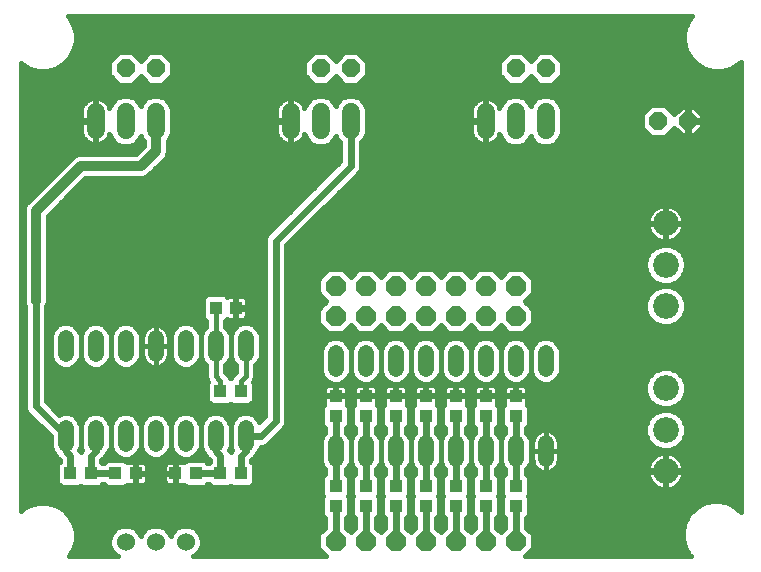
<source format=gbl>
G75*
%MOIN*%
%OFA0B0*%
%FSLAX25Y25*%
%IPPOS*%
%LPD*%
%AMOC8*
5,1,8,0,0,1.08239X$1,22.5*
%
%ADD10C,0.06000*%
%ADD11C,0.05200*%
%ADD12C,0.06000*%
%ADD13OC8,0.06600*%
%ADD14OC8,0.06000*%
%ADD15C,0.08600*%
%ADD16R,0.03937X0.04331*%
%ADD17R,0.04331X0.03937*%
%ADD18C,0.01600*%
%ADD19C,0.02400*%
%ADD20C,0.03200*%
D10*
X0044988Y0220933D02*
X0044988Y0226933D01*
X0054988Y0226933D02*
X0054988Y0220933D01*
X0064988Y0220933D02*
X0064988Y0226933D01*
X0109988Y0226933D02*
X0109988Y0220933D01*
X0119988Y0220933D02*
X0119988Y0226933D01*
X0129988Y0226933D02*
X0129988Y0220933D01*
X0174988Y0220933D02*
X0174988Y0226933D01*
X0184988Y0226933D02*
X0184988Y0220933D01*
X0194988Y0220933D02*
X0194988Y0226933D01*
D11*
X0094988Y0151533D02*
X0094988Y0146333D01*
X0084988Y0146333D02*
X0084988Y0151533D01*
X0074988Y0151533D02*
X0074988Y0146333D01*
X0064988Y0146333D02*
X0064988Y0151533D01*
X0054988Y0151533D02*
X0054988Y0146333D01*
X0044988Y0146333D02*
X0044988Y0151533D01*
X0034988Y0151533D02*
X0034988Y0146333D01*
X0034988Y0121533D02*
X0034988Y0116333D01*
X0044988Y0116333D02*
X0044988Y0121533D01*
X0054988Y0121533D02*
X0054988Y0116333D01*
X0064988Y0116333D02*
X0064988Y0121533D01*
X0074988Y0121533D02*
X0074988Y0116333D01*
X0084988Y0116333D02*
X0084988Y0121533D01*
X0094988Y0121533D02*
X0094988Y0116333D01*
X0124988Y0116533D02*
X0124988Y0111333D01*
X0134988Y0111333D02*
X0134988Y0116533D01*
X0144988Y0116533D02*
X0144988Y0111333D01*
X0154988Y0111333D02*
X0154988Y0116533D01*
X0164988Y0116533D02*
X0164988Y0111333D01*
X0174988Y0111333D02*
X0174988Y0116533D01*
X0184988Y0116533D02*
X0184988Y0111333D01*
X0194988Y0111333D02*
X0194988Y0116533D01*
X0194988Y0141333D02*
X0194988Y0146533D01*
X0184988Y0146533D02*
X0184988Y0141333D01*
X0174988Y0141333D02*
X0174988Y0146533D01*
X0164988Y0146533D02*
X0164988Y0141333D01*
X0154988Y0141333D02*
X0154988Y0146533D01*
X0144988Y0146533D02*
X0144988Y0141333D01*
X0134988Y0141333D02*
X0134988Y0146533D01*
X0124988Y0146533D02*
X0124988Y0141333D01*
D12*
X0074988Y0083683D03*
X0064988Y0083683D03*
X0054988Y0083683D03*
D13*
X0124988Y0083933D03*
X0134988Y0083933D03*
X0144988Y0083933D03*
X0154988Y0083933D03*
X0164988Y0083933D03*
X0174988Y0083933D03*
X0184988Y0083933D03*
X0184988Y0158933D03*
X0174988Y0158933D03*
X0164988Y0158933D03*
X0154988Y0158933D03*
X0144988Y0158933D03*
X0134988Y0158933D03*
X0124988Y0158933D03*
X0124988Y0168933D03*
X0134988Y0168933D03*
X0144988Y0168933D03*
X0154988Y0168933D03*
X0164988Y0168933D03*
X0174988Y0168933D03*
X0184988Y0168933D03*
D14*
X0232488Y0223933D03*
X0242488Y0223933D03*
X0194988Y0241433D03*
X0184988Y0241433D03*
X0129988Y0241433D03*
X0119988Y0241433D03*
X0064988Y0241433D03*
X0054988Y0241433D03*
D15*
X0234988Y0189799D03*
X0234988Y0176020D03*
X0234988Y0162240D03*
X0234988Y0134799D03*
X0234988Y0121020D03*
X0234988Y0107240D03*
D16*
X0093335Y0106433D03*
X0086642Y0106433D03*
X0078335Y0106433D03*
X0071642Y0106433D03*
X0058335Y0106433D03*
X0051642Y0106433D03*
X0043335Y0106433D03*
X0036642Y0106433D03*
X0086642Y0133933D03*
X0093335Y0133933D03*
X0091710Y0161583D03*
X0085017Y0161583D03*
D17*
X0124988Y0132280D03*
X0124988Y0125587D03*
X0134988Y0125587D03*
X0134988Y0132280D03*
X0144988Y0132280D03*
X0144988Y0125587D03*
X0154988Y0125587D03*
X0154988Y0132280D03*
X0164988Y0132280D03*
X0164988Y0125587D03*
X0174988Y0125587D03*
X0174988Y0132280D03*
X0184988Y0132280D03*
X0184988Y0125587D03*
X0184988Y0102280D03*
X0184988Y0095587D03*
X0174988Y0095587D03*
X0174988Y0102280D03*
X0164988Y0102280D03*
X0164988Y0095587D03*
X0154988Y0095587D03*
X0154988Y0102280D03*
X0144988Y0102280D03*
X0144988Y0095587D03*
X0134988Y0095587D03*
X0134988Y0102280D03*
X0124988Y0102280D03*
X0124988Y0095587D03*
D18*
X0037634Y0081322D02*
X0036255Y0078933D01*
X0052345Y0078933D01*
X0051930Y0079105D01*
X0050411Y0080624D01*
X0049588Y0082609D01*
X0049588Y0084757D01*
X0050411Y0086742D01*
X0051930Y0088261D01*
X0053914Y0089083D01*
X0056063Y0089083D01*
X0058047Y0088261D01*
X0059566Y0086742D01*
X0059988Y0085723D01*
X0060411Y0086742D01*
X0061930Y0088261D01*
X0063914Y0089083D01*
X0066063Y0089083D01*
X0068047Y0088261D01*
X0069566Y0086742D01*
X0069988Y0085723D01*
X0070411Y0086742D01*
X0071930Y0088261D01*
X0073914Y0089083D01*
X0076063Y0089083D01*
X0078047Y0088261D01*
X0079566Y0086742D01*
X0080388Y0084757D01*
X0080388Y0082609D01*
X0079566Y0080624D01*
X0078047Y0079105D01*
X0077632Y0078933D01*
X0121927Y0078933D01*
X0119288Y0081572D01*
X0119288Y0086294D01*
X0121388Y0088394D01*
X0121388Y0091659D01*
X0120789Y0092259D01*
X0120423Y0093141D01*
X0120423Y0098033D01*
X0120789Y0098915D01*
X0120807Y0098933D01*
X0120789Y0098952D01*
X0120423Y0099834D01*
X0120423Y0104725D01*
X0120789Y0105608D01*
X0121388Y0106207D01*
X0121388Y0107862D01*
X0120750Y0108501D01*
X0119988Y0110338D01*
X0119988Y0117528D01*
X0120750Y0119365D01*
X0121388Y0120004D01*
X0121388Y0121659D01*
X0120789Y0122259D01*
X0120423Y0123141D01*
X0120423Y0128033D01*
X0120789Y0128915D01*
X0121272Y0129398D01*
X0121146Y0129616D01*
X0121023Y0130074D01*
X0121023Y0132095D01*
X0124804Y0132095D01*
X0124804Y0132464D01*
X0124804Y0136048D01*
X0122586Y0136048D01*
X0122128Y0135925D01*
X0121718Y0135688D01*
X0121383Y0135353D01*
X0121146Y0134943D01*
X0121023Y0134485D01*
X0121023Y0132464D01*
X0124804Y0132464D01*
X0125173Y0132464D01*
X0128954Y0132464D01*
X0128954Y0134485D01*
X0128831Y0134943D01*
X0128594Y0135353D01*
X0128259Y0135688D01*
X0127849Y0135925D01*
X0127391Y0136048D01*
X0125173Y0136048D01*
X0125173Y0132464D01*
X0125173Y0132095D01*
X0128954Y0132095D01*
X0128954Y0130074D01*
X0128831Y0129616D01*
X0128705Y0129398D01*
X0129188Y0128915D01*
X0129554Y0128033D01*
X0129554Y0123141D01*
X0129188Y0122259D01*
X0128588Y0121659D01*
X0128588Y0120004D01*
X0129227Y0119365D01*
X0129988Y0117528D01*
X0129988Y0110338D01*
X0129227Y0108501D01*
X0128588Y0107862D01*
X0128588Y0106207D01*
X0129188Y0105608D01*
X0129554Y0104725D01*
X0129554Y0099834D01*
X0129188Y0098952D01*
X0129170Y0098933D01*
X0129188Y0098915D01*
X0129554Y0098033D01*
X0129554Y0093141D01*
X0129188Y0092259D01*
X0128588Y0091659D01*
X0128588Y0088394D01*
X0129988Y0086994D01*
X0131388Y0088394D01*
X0131388Y0091659D01*
X0130789Y0092259D01*
X0130423Y0093141D01*
X0130423Y0098033D01*
X0130789Y0098915D01*
X0130807Y0098933D01*
X0130789Y0098952D01*
X0130423Y0099834D01*
X0130423Y0104725D01*
X0130789Y0105608D01*
X0131388Y0106207D01*
X0131388Y0107862D01*
X0130750Y0108501D01*
X0129988Y0110338D01*
X0129988Y0117528D01*
X0130750Y0119365D01*
X0131388Y0120004D01*
X0131388Y0121659D01*
X0130789Y0122259D01*
X0130423Y0123141D01*
X0130423Y0128033D01*
X0130789Y0128915D01*
X0131272Y0129398D01*
X0131146Y0129616D01*
X0131023Y0130074D01*
X0131023Y0132095D01*
X0134804Y0132095D01*
X0134804Y0132464D01*
X0134804Y0136048D01*
X0132586Y0136048D01*
X0132128Y0135925D01*
X0131718Y0135688D01*
X0131383Y0135353D01*
X0131146Y0134943D01*
X0131023Y0134485D01*
X0131023Y0132464D01*
X0134804Y0132464D01*
X0135173Y0132464D01*
X0138954Y0132464D01*
X0138954Y0134485D01*
X0138831Y0134943D01*
X0138594Y0135353D01*
X0138259Y0135688D01*
X0137849Y0135925D01*
X0137391Y0136048D01*
X0135173Y0136048D01*
X0135173Y0132464D01*
X0135173Y0132095D01*
X0138954Y0132095D01*
X0138954Y0130074D01*
X0138831Y0129616D01*
X0138705Y0129398D01*
X0139188Y0128915D01*
X0139554Y0128033D01*
X0139554Y0123141D01*
X0139188Y0122259D01*
X0138588Y0121659D01*
X0138588Y0120004D01*
X0139227Y0119365D01*
X0139988Y0117528D01*
X0139988Y0110338D01*
X0139227Y0108501D01*
X0138588Y0107862D01*
X0138588Y0106207D01*
X0139188Y0105608D01*
X0139554Y0104725D01*
X0139554Y0099834D01*
X0139188Y0098952D01*
X0139170Y0098933D01*
X0139188Y0098915D01*
X0139554Y0098033D01*
X0139554Y0093141D01*
X0139188Y0092259D01*
X0138588Y0091659D01*
X0138588Y0088394D01*
X0139988Y0086994D01*
X0141388Y0088394D01*
X0141388Y0091659D01*
X0140789Y0092259D01*
X0140423Y0093141D01*
X0140423Y0098033D01*
X0140789Y0098915D01*
X0140807Y0098933D01*
X0140789Y0098952D01*
X0140423Y0099834D01*
X0140423Y0104725D01*
X0140789Y0105608D01*
X0141388Y0106207D01*
X0141388Y0107862D01*
X0140750Y0108501D01*
X0139988Y0110338D01*
X0139988Y0117528D01*
X0140750Y0119365D01*
X0141388Y0120004D01*
X0141388Y0121659D01*
X0140789Y0122259D01*
X0140423Y0123141D01*
X0140423Y0128033D01*
X0140789Y0128915D01*
X0141272Y0129398D01*
X0141146Y0129616D01*
X0141023Y0130074D01*
X0141023Y0132095D01*
X0144804Y0132095D01*
X0144804Y0132464D01*
X0144804Y0136048D01*
X0142586Y0136048D01*
X0142128Y0135925D01*
X0141718Y0135688D01*
X0141383Y0135353D01*
X0141146Y0134943D01*
X0141023Y0134485D01*
X0141023Y0132464D01*
X0144804Y0132464D01*
X0145173Y0132464D01*
X0148954Y0132464D01*
X0148954Y0134485D01*
X0148831Y0134943D01*
X0148594Y0135353D01*
X0148259Y0135688D01*
X0147849Y0135925D01*
X0147391Y0136048D01*
X0145173Y0136048D01*
X0145173Y0132464D01*
X0145173Y0132095D01*
X0148954Y0132095D01*
X0148954Y0130074D01*
X0148831Y0129616D01*
X0148705Y0129398D01*
X0149188Y0128915D01*
X0149554Y0128033D01*
X0149554Y0123141D01*
X0149188Y0122259D01*
X0148588Y0121659D01*
X0148588Y0120004D01*
X0149227Y0119365D01*
X0149988Y0117528D01*
X0149988Y0110338D01*
X0149227Y0108501D01*
X0148588Y0107862D01*
X0148588Y0106207D01*
X0149188Y0105608D01*
X0149554Y0104725D01*
X0149554Y0099834D01*
X0149188Y0098952D01*
X0149170Y0098933D01*
X0149188Y0098915D01*
X0149554Y0098033D01*
X0149554Y0093141D01*
X0149188Y0092259D01*
X0148588Y0091659D01*
X0148588Y0088394D01*
X0149988Y0086994D01*
X0151388Y0088394D01*
X0151388Y0091659D01*
X0150789Y0092259D01*
X0150423Y0093141D01*
X0150423Y0098033D01*
X0150789Y0098915D01*
X0150807Y0098933D01*
X0150789Y0098952D01*
X0150423Y0099834D01*
X0150423Y0104725D01*
X0150789Y0105608D01*
X0151388Y0106207D01*
X0151388Y0107862D01*
X0150750Y0108501D01*
X0149988Y0110338D01*
X0149988Y0117528D01*
X0150750Y0119365D01*
X0151388Y0120004D01*
X0151388Y0121659D01*
X0150789Y0122259D01*
X0150423Y0123141D01*
X0150423Y0128033D01*
X0150789Y0128915D01*
X0151272Y0129398D01*
X0151146Y0129616D01*
X0151023Y0130074D01*
X0151023Y0132095D01*
X0154804Y0132095D01*
X0154804Y0132464D01*
X0154804Y0136048D01*
X0152586Y0136048D01*
X0152128Y0135925D01*
X0151718Y0135688D01*
X0151383Y0135353D01*
X0151146Y0134943D01*
X0151023Y0134485D01*
X0151023Y0132464D01*
X0154804Y0132464D01*
X0155173Y0132464D01*
X0158954Y0132464D01*
X0158954Y0134485D01*
X0158831Y0134943D01*
X0158594Y0135353D01*
X0158259Y0135688D01*
X0157849Y0135925D01*
X0157391Y0136048D01*
X0155173Y0136048D01*
X0155173Y0132464D01*
X0155173Y0132095D01*
X0158954Y0132095D01*
X0158954Y0130074D01*
X0158831Y0129616D01*
X0158705Y0129398D01*
X0159188Y0128915D01*
X0159554Y0128033D01*
X0159554Y0123141D01*
X0159188Y0122259D01*
X0158588Y0121659D01*
X0158588Y0120004D01*
X0159227Y0119365D01*
X0159988Y0117528D01*
X0159988Y0110338D01*
X0159227Y0108501D01*
X0158588Y0107862D01*
X0158588Y0106207D01*
X0159188Y0105608D01*
X0159554Y0104725D01*
X0159554Y0099834D01*
X0159188Y0098952D01*
X0159170Y0098933D01*
X0159188Y0098915D01*
X0159554Y0098033D01*
X0159554Y0093141D01*
X0159188Y0092259D01*
X0158588Y0091659D01*
X0158588Y0088394D01*
X0159988Y0086994D01*
X0161388Y0088394D01*
X0161388Y0091659D01*
X0160789Y0092259D01*
X0160423Y0093141D01*
X0160423Y0098033D01*
X0160789Y0098915D01*
X0160807Y0098933D01*
X0160789Y0098952D01*
X0160423Y0099834D01*
X0160423Y0104725D01*
X0160789Y0105608D01*
X0161388Y0106207D01*
X0161388Y0107862D01*
X0160750Y0108501D01*
X0159988Y0110338D01*
X0159988Y0117528D01*
X0160750Y0119365D01*
X0161388Y0120004D01*
X0161388Y0121659D01*
X0160789Y0122259D01*
X0160423Y0123141D01*
X0160423Y0128033D01*
X0160789Y0128915D01*
X0161272Y0129398D01*
X0161146Y0129616D01*
X0161023Y0130074D01*
X0161023Y0132095D01*
X0164804Y0132095D01*
X0164804Y0132464D01*
X0164804Y0136048D01*
X0162586Y0136048D01*
X0162128Y0135925D01*
X0161718Y0135688D01*
X0161383Y0135353D01*
X0161146Y0134943D01*
X0161023Y0134485D01*
X0161023Y0132464D01*
X0164804Y0132464D01*
X0165173Y0132464D01*
X0168954Y0132464D01*
X0168954Y0134485D01*
X0168831Y0134943D01*
X0168594Y0135353D01*
X0168259Y0135688D01*
X0167849Y0135925D01*
X0167391Y0136048D01*
X0165173Y0136048D01*
X0165173Y0132464D01*
X0165173Y0132095D01*
X0168954Y0132095D01*
X0168954Y0130074D01*
X0168831Y0129616D01*
X0168705Y0129398D01*
X0169188Y0128915D01*
X0169554Y0128033D01*
X0169554Y0123141D01*
X0169188Y0122259D01*
X0168588Y0121659D01*
X0168588Y0120004D01*
X0169227Y0119365D01*
X0169988Y0117528D01*
X0169988Y0110338D01*
X0169227Y0108501D01*
X0168588Y0107862D01*
X0168588Y0106207D01*
X0169188Y0105608D01*
X0169554Y0104725D01*
X0169554Y0099834D01*
X0169188Y0098952D01*
X0169170Y0098933D01*
X0169188Y0098915D01*
X0169554Y0098033D01*
X0169554Y0093141D01*
X0169188Y0092259D01*
X0168588Y0091659D01*
X0168588Y0088394D01*
X0169988Y0086994D01*
X0171388Y0088394D01*
X0171388Y0091659D01*
X0170789Y0092259D01*
X0170423Y0093141D01*
X0170423Y0098033D01*
X0170789Y0098915D01*
X0170807Y0098933D01*
X0170789Y0098952D01*
X0170423Y0099834D01*
X0170423Y0104725D01*
X0170789Y0105608D01*
X0171388Y0106207D01*
X0171388Y0107862D01*
X0170750Y0108501D01*
X0169988Y0110338D01*
X0169988Y0117528D01*
X0170750Y0119365D01*
X0171388Y0120004D01*
X0171388Y0121659D01*
X0170789Y0122259D01*
X0170423Y0123141D01*
X0170423Y0128033D01*
X0170789Y0128915D01*
X0171272Y0129398D01*
X0171146Y0129616D01*
X0171023Y0130074D01*
X0171023Y0132095D01*
X0174804Y0132095D01*
X0174804Y0132464D01*
X0174804Y0136048D01*
X0172586Y0136048D01*
X0172128Y0135925D01*
X0171718Y0135688D01*
X0171383Y0135353D01*
X0171146Y0134943D01*
X0171023Y0134485D01*
X0171023Y0132464D01*
X0174804Y0132464D01*
X0175173Y0132464D01*
X0178954Y0132464D01*
X0178954Y0134485D01*
X0178831Y0134943D01*
X0178594Y0135353D01*
X0178259Y0135688D01*
X0177849Y0135925D01*
X0177391Y0136048D01*
X0175173Y0136048D01*
X0175173Y0132464D01*
X0175173Y0132095D01*
X0178954Y0132095D01*
X0178954Y0130074D01*
X0178831Y0129616D01*
X0178705Y0129398D01*
X0179188Y0128915D01*
X0179554Y0128033D01*
X0179554Y0123141D01*
X0179188Y0122259D01*
X0178588Y0121659D01*
X0178588Y0120004D01*
X0179227Y0119365D01*
X0179988Y0117528D01*
X0179988Y0110338D01*
X0180750Y0108501D01*
X0181388Y0107862D01*
X0181388Y0106207D01*
X0180789Y0105608D01*
X0180423Y0104725D01*
X0180423Y0099834D01*
X0180789Y0098952D01*
X0180807Y0098933D01*
X0180789Y0098915D01*
X0180423Y0098033D01*
X0180423Y0093141D01*
X0180789Y0092259D01*
X0181388Y0091659D01*
X0181388Y0088394D01*
X0179988Y0086994D01*
X0178588Y0088394D01*
X0178588Y0091659D01*
X0179188Y0092259D01*
X0179554Y0093141D01*
X0179554Y0098033D01*
X0179188Y0098915D01*
X0179170Y0098933D01*
X0179188Y0098952D01*
X0179554Y0099834D01*
X0179554Y0104725D01*
X0179188Y0105608D01*
X0178588Y0106207D01*
X0178588Y0107862D01*
X0179227Y0108501D01*
X0179988Y0110338D01*
X0179988Y0117528D01*
X0180750Y0119365D01*
X0181388Y0120004D01*
X0181388Y0121659D01*
X0180789Y0122259D01*
X0180423Y0123141D01*
X0180423Y0128033D01*
X0180789Y0128915D01*
X0181272Y0129398D01*
X0181146Y0129616D01*
X0181023Y0130074D01*
X0181023Y0132095D01*
X0184804Y0132095D01*
X0184804Y0132464D01*
X0184804Y0136048D01*
X0182586Y0136048D01*
X0182128Y0135925D01*
X0181718Y0135688D01*
X0181383Y0135353D01*
X0181146Y0134943D01*
X0181023Y0134485D01*
X0181023Y0132464D01*
X0184804Y0132464D01*
X0185173Y0132464D01*
X0188954Y0132464D01*
X0188954Y0134485D01*
X0188831Y0134943D01*
X0188594Y0135353D01*
X0188259Y0135688D01*
X0187849Y0135925D01*
X0187391Y0136048D01*
X0185173Y0136048D01*
X0185173Y0132464D01*
X0185173Y0132095D01*
X0188954Y0132095D01*
X0188954Y0130074D01*
X0188831Y0129616D01*
X0188705Y0129398D01*
X0189188Y0128915D01*
X0189554Y0128033D01*
X0189554Y0123141D01*
X0189188Y0122259D01*
X0188588Y0121659D01*
X0188588Y0120004D01*
X0189227Y0119365D01*
X0189988Y0117528D01*
X0189988Y0110338D01*
X0189227Y0108501D01*
X0188588Y0107862D01*
X0188588Y0106207D01*
X0189188Y0105608D01*
X0189554Y0104725D01*
X0189554Y0099834D01*
X0189188Y0098952D01*
X0189170Y0098933D01*
X0189188Y0098915D01*
X0189554Y0098033D01*
X0189554Y0093141D01*
X0189188Y0092259D01*
X0188588Y0091659D01*
X0188588Y0088394D01*
X0190688Y0086294D01*
X0190688Y0081572D01*
X0188049Y0078933D01*
X0243347Y0078933D01*
X0242938Y0079342D01*
X0241476Y0081873D01*
X0240720Y0084696D01*
X0240720Y0087619D01*
X0241476Y0090442D01*
X0242938Y0092973D01*
X0245004Y0095039D01*
X0247535Y0096500D01*
X0250358Y0097257D01*
X0253280Y0097257D01*
X0256103Y0096500D01*
X0258634Y0095039D01*
X0259988Y0093685D01*
X0259988Y0243709D01*
X0259107Y0242827D01*
X0256576Y0241366D01*
X0253753Y0240609D01*
X0250830Y0240609D01*
X0248007Y0241366D01*
X0245477Y0242827D01*
X0243410Y0244894D01*
X0241949Y0247425D01*
X0241192Y0250247D01*
X0241192Y0253170D01*
X0241949Y0255993D01*
X0243410Y0258524D01*
X0243819Y0258933D01*
X0035764Y0258933D01*
X0036173Y0258524D01*
X0037634Y0255993D01*
X0038391Y0253170D01*
X0038391Y0250247D01*
X0037634Y0247425D01*
X0036173Y0244894D01*
X0034107Y0242827D01*
X0031576Y0241366D01*
X0028753Y0240609D01*
X0025830Y0240609D01*
X0023007Y0241366D01*
X0020477Y0242827D01*
X0019988Y0243315D01*
X0019988Y0094000D01*
X0020477Y0094488D01*
X0023007Y0095949D01*
X0025830Y0096705D01*
X0028753Y0096705D01*
X0031576Y0095949D01*
X0034107Y0094488D01*
X0036173Y0092421D01*
X0037634Y0089890D01*
X0038391Y0087068D01*
X0038391Y0084145D01*
X0037634Y0081322D01*
X0037766Y0081814D02*
X0049918Y0081814D01*
X0049588Y0083412D02*
X0038195Y0083412D01*
X0038391Y0085011D02*
X0049694Y0085011D01*
X0050356Y0086610D02*
X0038391Y0086610D01*
X0038085Y0088208D02*
X0051877Y0088208D01*
X0058100Y0088208D02*
X0061877Y0088208D01*
X0060356Y0086610D02*
X0059621Y0086610D01*
X0068100Y0088208D02*
X0071877Y0088208D01*
X0070356Y0086610D02*
X0069621Y0086610D01*
X0078100Y0088208D02*
X0121202Y0088208D01*
X0121388Y0089807D02*
X0037657Y0089807D01*
X0036760Y0091405D02*
X0121388Y0091405D01*
X0120480Y0093004D02*
X0035591Y0093004D01*
X0033909Y0094602D02*
X0120423Y0094602D01*
X0120423Y0096201D02*
X0030637Y0096201D01*
X0033314Y0102233D02*
X0034196Y0101868D01*
X0039088Y0101868D01*
X0039970Y0102233D01*
X0039988Y0102252D01*
X0040007Y0102233D01*
X0040889Y0101868D01*
X0045781Y0101868D01*
X0046663Y0102233D01*
X0047263Y0102833D01*
X0047714Y0102833D01*
X0048314Y0102233D01*
X0049196Y0101868D01*
X0054088Y0101868D01*
X0054970Y0102233D01*
X0055453Y0102716D01*
X0055672Y0102590D01*
X0056129Y0102468D01*
X0058151Y0102468D01*
X0058151Y0106249D01*
X0058519Y0106249D01*
X0058519Y0106617D01*
X0062103Y0106617D01*
X0062103Y0108835D01*
X0061981Y0109293D01*
X0061744Y0109704D01*
X0061409Y0110039D01*
X0060998Y0110276D01*
X0060540Y0110398D01*
X0058519Y0110398D01*
X0058519Y0106617D01*
X0058151Y0106617D01*
X0058151Y0110398D01*
X0056129Y0110398D01*
X0055672Y0110276D01*
X0055453Y0110150D01*
X0054970Y0110633D01*
X0054088Y0110998D01*
X0049196Y0110998D01*
X0048314Y0110633D01*
X0047714Y0110033D01*
X0047263Y0110033D01*
X0046935Y0110361D01*
X0046935Y0110788D01*
X0048040Y0111894D01*
X0048337Y0112611D01*
X0049227Y0113501D01*
X0049988Y0115338D01*
X0049988Y0122528D01*
X0049227Y0124365D01*
X0047821Y0125772D01*
X0045983Y0126533D01*
X0043994Y0126533D01*
X0042156Y0125772D01*
X0040750Y0124365D01*
X0039988Y0122528D01*
X0039227Y0124365D01*
X0037821Y0125772D01*
X0035983Y0126533D01*
X0033994Y0126533D01*
X0032923Y0126090D01*
X0028588Y0130424D01*
X0028588Y0162172D01*
X0028988Y0163137D01*
X0028988Y0192276D01*
X0041645Y0204933D01*
X0060784Y0204933D01*
X0062254Y0205542D01*
X0063380Y0206667D01*
X0068380Y0211667D01*
X0068988Y0213137D01*
X0068988Y0217296D01*
X0069566Y0217874D01*
X0070388Y0219859D01*
X0070388Y0228007D01*
X0069566Y0229992D01*
X0068047Y0231511D01*
X0066063Y0232333D01*
X0063914Y0232333D01*
X0061930Y0231511D01*
X0060411Y0229992D01*
X0059988Y0228973D01*
X0059566Y0229992D01*
X0058047Y0231511D01*
X0056063Y0232333D01*
X0053914Y0232333D01*
X0051930Y0231511D01*
X0050411Y0229992D01*
X0049643Y0228140D01*
X0049437Y0228776D01*
X0049094Y0229449D01*
X0048650Y0230060D01*
X0048115Y0230594D01*
X0047504Y0231038D01*
X0046831Y0231381D01*
X0046112Y0231615D01*
X0045366Y0231733D01*
X0045188Y0231733D01*
X0045188Y0224133D01*
X0044788Y0224133D01*
X0044788Y0223733D01*
X0040188Y0223733D01*
X0040188Y0220555D01*
X0040307Y0219809D01*
X0040540Y0219091D01*
X0040883Y0218417D01*
X0041327Y0217806D01*
X0041861Y0217272D01*
X0042473Y0216828D01*
X0043146Y0216485D01*
X0043864Y0216251D01*
X0044611Y0216133D01*
X0044788Y0216133D01*
X0044788Y0223733D01*
X0045188Y0223733D01*
X0045188Y0216133D01*
X0045366Y0216133D01*
X0046112Y0216251D01*
X0046831Y0216485D01*
X0047504Y0216828D01*
X0048115Y0217272D01*
X0048650Y0217806D01*
X0049094Y0218417D01*
X0049437Y0219091D01*
X0049643Y0219726D01*
X0050411Y0217874D01*
X0051930Y0216355D01*
X0053914Y0215533D01*
X0056063Y0215533D01*
X0058047Y0216355D01*
X0059566Y0217874D01*
X0059988Y0218893D01*
X0060411Y0217874D01*
X0060988Y0217296D01*
X0060988Y0215590D01*
X0058332Y0212933D01*
X0039193Y0212933D01*
X0037723Y0212324D01*
X0022723Y0197324D01*
X0021597Y0196199D01*
X0020988Y0194729D01*
X0020988Y0163137D01*
X0021388Y0162172D01*
X0021388Y0128217D01*
X0021937Y0126894D01*
X0022949Y0125881D01*
X0029988Y0118842D01*
X0029988Y0115338D01*
X0030750Y0113501D01*
X0031639Y0112611D01*
X0031937Y0111894D01*
X0033042Y0110788D01*
X0033042Y0110361D01*
X0032639Y0109958D01*
X0032274Y0109076D01*
X0032274Y0103790D01*
X0032639Y0102908D01*
X0033314Y0102233D01*
X0032952Y0102595D02*
X0019988Y0102595D01*
X0019988Y0104193D02*
X0032274Y0104193D01*
X0032274Y0105792D02*
X0019988Y0105792D01*
X0019988Y0107390D02*
X0032274Y0107390D01*
X0032274Y0108989D02*
X0019988Y0108989D01*
X0019988Y0110587D02*
X0033042Y0110587D01*
X0031816Y0112186D02*
X0019988Y0112186D01*
X0019988Y0113784D02*
X0030632Y0113784D01*
X0029988Y0115383D02*
X0019988Y0115383D01*
X0019988Y0116981D02*
X0029988Y0116981D01*
X0029988Y0118580D02*
X0019988Y0118580D01*
X0019988Y0120178D02*
X0028652Y0120178D01*
X0027054Y0121777D02*
X0019988Y0121777D01*
X0019988Y0123375D02*
X0025455Y0123375D01*
X0023857Y0124974D02*
X0019988Y0124974D01*
X0019988Y0126572D02*
X0022258Y0126572D01*
X0021408Y0128171D02*
X0019988Y0128171D01*
X0019988Y0129769D02*
X0021388Y0129769D01*
X0021388Y0131368D02*
X0019988Y0131368D01*
X0019988Y0132966D02*
X0021388Y0132966D01*
X0021388Y0134565D02*
X0019988Y0134565D01*
X0019988Y0136163D02*
X0021388Y0136163D01*
X0021388Y0137762D02*
X0019988Y0137762D01*
X0019988Y0139360D02*
X0021388Y0139360D01*
X0021388Y0140959D02*
X0019988Y0140959D01*
X0019988Y0142557D02*
X0021388Y0142557D01*
X0021388Y0144156D02*
X0019988Y0144156D01*
X0019988Y0145754D02*
X0021388Y0145754D01*
X0021388Y0147353D02*
X0019988Y0147353D01*
X0019988Y0148951D02*
X0021388Y0148951D01*
X0021388Y0150550D02*
X0019988Y0150550D01*
X0019988Y0152148D02*
X0021388Y0152148D01*
X0021388Y0153747D02*
X0019988Y0153747D01*
X0019988Y0155345D02*
X0021388Y0155345D01*
X0021388Y0156944D02*
X0019988Y0156944D01*
X0019988Y0158543D02*
X0021388Y0158543D01*
X0021388Y0160141D02*
X0019988Y0160141D01*
X0019988Y0161740D02*
X0021388Y0161740D01*
X0020988Y0163338D02*
X0019988Y0163338D01*
X0019988Y0164937D02*
X0020988Y0164937D01*
X0020988Y0166535D02*
X0019988Y0166535D01*
X0019988Y0168134D02*
X0020988Y0168134D01*
X0020988Y0169732D02*
X0019988Y0169732D01*
X0019988Y0171331D02*
X0020988Y0171331D01*
X0020988Y0172929D02*
X0019988Y0172929D01*
X0019988Y0174528D02*
X0020988Y0174528D01*
X0020988Y0176126D02*
X0019988Y0176126D01*
X0019988Y0177725D02*
X0020988Y0177725D01*
X0020988Y0179323D02*
X0019988Y0179323D01*
X0019988Y0180922D02*
X0020988Y0180922D01*
X0020988Y0182520D02*
X0019988Y0182520D01*
X0019988Y0184119D02*
X0020988Y0184119D01*
X0020988Y0185717D02*
X0019988Y0185717D01*
X0019988Y0187316D02*
X0020988Y0187316D01*
X0020988Y0188914D02*
X0019988Y0188914D01*
X0019988Y0190513D02*
X0020988Y0190513D01*
X0020988Y0192111D02*
X0019988Y0192111D01*
X0019988Y0193710D02*
X0020988Y0193710D01*
X0021229Y0195308D02*
X0019988Y0195308D01*
X0019988Y0196907D02*
X0022305Y0196907D01*
X0023904Y0198505D02*
X0019988Y0198505D01*
X0019988Y0200104D02*
X0025502Y0200104D01*
X0027101Y0201702D02*
X0019988Y0201702D01*
X0019988Y0203301D02*
X0028699Y0203301D01*
X0030298Y0204899D02*
X0019988Y0204899D01*
X0019988Y0206498D02*
X0031896Y0206498D01*
X0033495Y0208096D02*
X0019988Y0208096D01*
X0019988Y0209695D02*
X0035093Y0209695D01*
X0036692Y0211293D02*
X0019988Y0211293D01*
X0019988Y0212892D02*
X0039093Y0212892D01*
X0041446Y0217687D02*
X0019988Y0217687D01*
X0019988Y0216089D02*
X0052572Y0216089D01*
X0050597Y0217687D02*
X0048531Y0217687D01*
X0049500Y0219286D02*
X0049826Y0219286D01*
X0045188Y0219286D02*
X0044788Y0219286D01*
X0044788Y0220884D02*
X0045188Y0220884D01*
X0045188Y0222483D02*
X0044788Y0222483D01*
X0044788Y0224081D02*
X0019988Y0224081D01*
X0019988Y0222483D02*
X0040188Y0222483D01*
X0040188Y0220884D02*
X0019988Y0220884D01*
X0019988Y0219286D02*
X0040477Y0219286D01*
X0044788Y0217687D02*
X0045188Y0217687D01*
X0044788Y0224133D02*
X0040188Y0224133D01*
X0040188Y0227311D01*
X0040307Y0228057D01*
X0040540Y0228776D01*
X0040883Y0229449D01*
X0041327Y0230060D01*
X0041861Y0230594D01*
X0042473Y0231038D01*
X0043146Y0231381D01*
X0043864Y0231615D01*
X0044611Y0231733D01*
X0044788Y0231733D01*
X0044788Y0224133D01*
X0044788Y0225680D02*
X0045188Y0225680D01*
X0045188Y0227279D02*
X0044788Y0227279D01*
X0044788Y0228877D02*
X0045188Y0228877D01*
X0045188Y0230476D02*
X0044788Y0230476D01*
X0041743Y0230476D02*
X0019988Y0230476D01*
X0019988Y0232074D02*
X0053289Y0232074D01*
X0050894Y0230476D02*
X0048234Y0230476D01*
X0049385Y0228877D02*
X0049949Y0228877D01*
X0056688Y0232074D02*
X0063289Y0232074D01*
X0060894Y0230476D02*
X0059083Y0230476D01*
X0066688Y0232074D02*
X0118289Y0232074D01*
X0118914Y0232333D02*
X0116930Y0231511D01*
X0115411Y0229992D01*
X0114643Y0228140D01*
X0114437Y0228776D01*
X0114094Y0229449D01*
X0113650Y0230060D01*
X0113115Y0230594D01*
X0112504Y0231038D01*
X0111831Y0231381D01*
X0111112Y0231615D01*
X0110366Y0231733D01*
X0110188Y0231733D01*
X0110188Y0224133D01*
X0109788Y0224133D01*
X0109788Y0223733D01*
X0105188Y0223733D01*
X0105188Y0220555D01*
X0105307Y0219809D01*
X0105540Y0219091D01*
X0105883Y0218417D01*
X0106327Y0217806D01*
X0106861Y0217272D01*
X0107473Y0216828D01*
X0108146Y0216485D01*
X0108864Y0216251D01*
X0109611Y0216133D01*
X0109788Y0216133D01*
X0109788Y0223733D01*
X0110188Y0223733D01*
X0110188Y0216133D01*
X0110366Y0216133D01*
X0111112Y0216251D01*
X0111831Y0216485D01*
X0112504Y0216828D01*
X0113115Y0217272D01*
X0113650Y0217806D01*
X0114094Y0218417D01*
X0114437Y0219091D01*
X0114643Y0219726D01*
X0115411Y0217874D01*
X0116930Y0216355D01*
X0118914Y0215533D01*
X0121063Y0215533D01*
X0123047Y0216355D01*
X0124566Y0217874D01*
X0124988Y0218893D01*
X0125411Y0217874D01*
X0126388Y0216896D01*
X0126388Y0210424D01*
X0102949Y0186985D01*
X0101937Y0185972D01*
X0101388Y0184649D01*
X0101388Y0125424D01*
X0099550Y0123586D01*
X0099227Y0124365D01*
X0097821Y0125772D01*
X0095983Y0126533D01*
X0093994Y0126533D01*
X0092156Y0125772D01*
X0090750Y0124365D01*
X0089988Y0122528D01*
X0089227Y0124365D01*
X0087821Y0125772D01*
X0085983Y0126533D01*
X0083994Y0126533D01*
X0082156Y0125772D01*
X0080750Y0124365D01*
X0079988Y0122528D01*
X0079227Y0124365D01*
X0077821Y0125772D01*
X0075983Y0126533D01*
X0073994Y0126533D01*
X0072156Y0125772D01*
X0070750Y0124365D01*
X0069988Y0122528D01*
X0069227Y0124365D01*
X0067821Y0125772D01*
X0065983Y0126533D01*
X0063994Y0126533D01*
X0062156Y0125772D01*
X0060750Y0124365D01*
X0059988Y0122528D01*
X0059227Y0124365D01*
X0057821Y0125772D01*
X0055983Y0126533D01*
X0053994Y0126533D01*
X0052156Y0125772D01*
X0050750Y0124365D01*
X0049988Y0122528D01*
X0049988Y0115338D01*
X0050750Y0113501D01*
X0052156Y0112094D01*
X0053994Y0111333D01*
X0055983Y0111333D01*
X0057821Y0112094D01*
X0059227Y0113501D01*
X0059988Y0115338D01*
X0059988Y0122528D01*
X0059988Y0115338D01*
X0060750Y0113501D01*
X0062156Y0112094D01*
X0063994Y0111333D01*
X0065983Y0111333D01*
X0067821Y0112094D01*
X0069227Y0113501D01*
X0069988Y0115338D01*
X0069988Y0122528D01*
X0069988Y0115338D01*
X0070750Y0113501D01*
X0072156Y0112094D01*
X0073994Y0111333D01*
X0075983Y0111333D01*
X0077821Y0112094D01*
X0079227Y0113501D01*
X0079988Y0115338D01*
X0080750Y0113501D01*
X0081639Y0112611D01*
X0081937Y0111894D01*
X0083042Y0110788D01*
X0083042Y0110361D01*
X0082714Y0110033D01*
X0082263Y0110033D01*
X0081663Y0110633D01*
X0080781Y0110998D01*
X0075889Y0110998D01*
X0075007Y0110633D01*
X0074524Y0110150D01*
X0074305Y0110276D01*
X0073848Y0110398D01*
X0071826Y0110398D01*
X0071826Y0106617D01*
X0071458Y0106617D01*
X0071458Y0106249D01*
X0071826Y0106249D01*
X0071826Y0102468D01*
X0073848Y0102468D01*
X0074305Y0102590D01*
X0074524Y0102716D01*
X0075007Y0102233D01*
X0075889Y0101868D01*
X0080781Y0101868D01*
X0081663Y0102233D01*
X0082263Y0102833D01*
X0082714Y0102833D01*
X0083314Y0102233D01*
X0084196Y0101868D01*
X0089088Y0101868D01*
X0089970Y0102233D01*
X0089988Y0102252D01*
X0090007Y0102233D01*
X0090889Y0101868D01*
X0095781Y0101868D01*
X0096663Y0102233D01*
X0097338Y0102908D01*
X0097703Y0103790D01*
X0097703Y0109076D01*
X0097338Y0109958D01*
X0096935Y0110361D01*
X0096935Y0110788D01*
X0098040Y0111894D01*
X0098337Y0112611D01*
X0099227Y0113501D01*
X0099986Y0115333D01*
X0100705Y0115333D01*
X0102028Y0115881D01*
X0103040Y0116894D01*
X0108040Y0121894D01*
X0108588Y0123217D01*
X0108588Y0182442D01*
X0133040Y0206894D01*
X0133588Y0208217D01*
X0133588Y0216896D01*
X0134566Y0217874D01*
X0135388Y0219859D01*
X0135388Y0228007D01*
X0134566Y0229992D01*
X0133047Y0231511D01*
X0131063Y0232333D01*
X0128914Y0232333D01*
X0126930Y0231511D01*
X0125411Y0229992D01*
X0124988Y0228973D01*
X0124566Y0229992D01*
X0123047Y0231511D01*
X0121063Y0232333D01*
X0118914Y0232333D01*
X0121688Y0232074D02*
X0128289Y0232074D01*
X0125894Y0230476D02*
X0124083Y0230476D01*
X0131688Y0232074D02*
X0183289Y0232074D01*
X0183914Y0232333D02*
X0181930Y0231511D01*
X0180411Y0229992D01*
X0179643Y0228140D01*
X0179437Y0228776D01*
X0179094Y0229449D01*
X0178650Y0230060D01*
X0178115Y0230594D01*
X0177504Y0231038D01*
X0176831Y0231381D01*
X0176112Y0231615D01*
X0175366Y0231733D01*
X0175188Y0231733D01*
X0175188Y0224133D01*
X0174788Y0224133D01*
X0174788Y0223733D01*
X0170188Y0223733D01*
X0170188Y0220555D01*
X0170307Y0219809D01*
X0170540Y0219091D01*
X0170883Y0218417D01*
X0171327Y0217806D01*
X0171861Y0217272D01*
X0172473Y0216828D01*
X0173146Y0216485D01*
X0173864Y0216251D01*
X0174611Y0216133D01*
X0174788Y0216133D01*
X0174788Y0223733D01*
X0175188Y0223733D01*
X0175188Y0216133D01*
X0175366Y0216133D01*
X0176112Y0216251D01*
X0176831Y0216485D01*
X0177504Y0216828D01*
X0178115Y0217272D01*
X0178650Y0217806D01*
X0179094Y0218417D01*
X0179437Y0219091D01*
X0179643Y0219726D01*
X0180411Y0217874D01*
X0181930Y0216355D01*
X0183914Y0215533D01*
X0186063Y0215533D01*
X0188047Y0216355D01*
X0189566Y0217874D01*
X0189988Y0218893D01*
X0190411Y0217874D01*
X0191930Y0216355D01*
X0193914Y0215533D01*
X0196063Y0215533D01*
X0198047Y0216355D01*
X0199566Y0217874D01*
X0200388Y0219859D01*
X0200388Y0228007D01*
X0199566Y0229992D01*
X0198047Y0231511D01*
X0196063Y0232333D01*
X0193914Y0232333D01*
X0191930Y0231511D01*
X0190411Y0229992D01*
X0189988Y0228973D01*
X0189566Y0229992D01*
X0188047Y0231511D01*
X0186063Y0232333D01*
X0183914Y0232333D01*
X0186688Y0232074D02*
X0193289Y0232074D01*
X0190894Y0230476D02*
X0189083Y0230476D01*
X0180894Y0230476D02*
X0178234Y0230476D01*
X0179385Y0228877D02*
X0179949Y0228877D01*
X0175188Y0228877D02*
X0174788Y0228877D01*
X0174788Y0227279D02*
X0175188Y0227279D01*
X0175188Y0225680D02*
X0174788Y0225680D01*
X0174788Y0224133D02*
X0174788Y0231733D01*
X0174611Y0231733D01*
X0173864Y0231615D01*
X0173146Y0231381D01*
X0172473Y0231038D01*
X0171861Y0230594D01*
X0171327Y0230060D01*
X0170883Y0229449D01*
X0170540Y0228776D01*
X0170307Y0228057D01*
X0170188Y0227311D01*
X0170188Y0224133D01*
X0174788Y0224133D01*
X0174788Y0224081D02*
X0135388Y0224081D01*
X0135388Y0222483D02*
X0170188Y0222483D01*
X0170188Y0220884D02*
X0135388Y0220884D01*
X0135151Y0219286D02*
X0170477Y0219286D01*
X0171446Y0217687D02*
X0134380Y0217687D01*
X0133588Y0216089D02*
X0182572Y0216089D01*
X0180597Y0217687D02*
X0178531Y0217687D01*
X0179500Y0219286D02*
X0179826Y0219286D01*
X0175188Y0219286D02*
X0174788Y0219286D01*
X0174788Y0220884D02*
X0175188Y0220884D01*
X0175188Y0222483D02*
X0174788Y0222483D01*
X0174788Y0217687D02*
X0175188Y0217687D01*
X0170188Y0225680D02*
X0135388Y0225680D01*
X0135388Y0227279D02*
X0170188Y0227279D01*
X0170592Y0228877D02*
X0135028Y0228877D01*
X0134083Y0230476D02*
X0171743Y0230476D01*
X0174788Y0230476D02*
X0175188Y0230476D01*
X0181915Y0236870D02*
X0133062Y0236870D01*
X0132225Y0236033D02*
X0135388Y0239196D01*
X0135388Y0243670D01*
X0132225Y0246833D01*
X0127752Y0246833D01*
X0124988Y0244070D01*
X0122225Y0246833D01*
X0117752Y0246833D01*
X0114588Y0243670D01*
X0114588Y0239196D01*
X0117752Y0236033D01*
X0122225Y0236033D01*
X0124988Y0238796D01*
X0127752Y0236033D01*
X0132225Y0236033D01*
X0134660Y0238468D02*
X0180317Y0238468D01*
X0179588Y0239196D02*
X0182752Y0236033D01*
X0187225Y0236033D01*
X0189988Y0238796D01*
X0192752Y0236033D01*
X0197225Y0236033D01*
X0200388Y0239196D01*
X0200388Y0243670D01*
X0197225Y0246833D01*
X0192752Y0246833D01*
X0189988Y0244070D01*
X0187225Y0246833D01*
X0182752Y0246833D01*
X0179588Y0243670D01*
X0179588Y0239196D01*
X0179588Y0240067D02*
X0135388Y0240067D01*
X0135388Y0241665D02*
X0179588Y0241665D01*
X0179588Y0243264D02*
X0135388Y0243264D01*
X0134196Y0244862D02*
X0180781Y0244862D01*
X0182379Y0246461D02*
X0132598Y0246461D01*
X0127379Y0246461D02*
X0122598Y0246461D01*
X0124196Y0244862D02*
X0125781Y0244862D01*
X0125317Y0238468D02*
X0124660Y0238468D01*
X0123062Y0236870D02*
X0126915Y0236870D01*
X0116915Y0236870D02*
X0068062Y0236870D01*
X0067225Y0236033D02*
X0070388Y0239196D01*
X0070388Y0243670D01*
X0067225Y0246833D01*
X0062752Y0246833D01*
X0059988Y0244070D01*
X0057225Y0246833D01*
X0052752Y0246833D01*
X0049588Y0243670D01*
X0049588Y0239196D01*
X0052752Y0236033D01*
X0057225Y0236033D01*
X0059988Y0238796D01*
X0062752Y0236033D01*
X0067225Y0236033D01*
X0069660Y0238468D02*
X0115317Y0238468D01*
X0114588Y0240067D02*
X0070388Y0240067D01*
X0070388Y0241665D02*
X0114588Y0241665D01*
X0114588Y0243264D02*
X0070388Y0243264D01*
X0069196Y0244862D02*
X0115781Y0244862D01*
X0117379Y0246461D02*
X0067598Y0246461D01*
X0062379Y0246461D02*
X0057598Y0246461D01*
X0059196Y0244862D02*
X0060781Y0244862D01*
X0052379Y0246461D02*
X0037078Y0246461D01*
X0037804Y0248059D02*
X0241779Y0248059D01*
X0241350Y0249658D02*
X0038233Y0249658D01*
X0038391Y0251256D02*
X0241192Y0251256D01*
X0241192Y0252855D02*
X0038391Y0252855D01*
X0038047Y0254453D02*
X0241536Y0254453D01*
X0241983Y0256052D02*
X0037600Y0256052D01*
X0036678Y0257650D02*
X0242906Y0257650D01*
X0242505Y0246461D02*
X0197598Y0246461D01*
X0199196Y0244862D02*
X0243441Y0244862D01*
X0245040Y0243264D02*
X0200388Y0243264D01*
X0200388Y0241665D02*
X0247489Y0241665D01*
X0257094Y0241665D02*
X0259988Y0241665D01*
X0259988Y0240067D02*
X0200388Y0240067D01*
X0199660Y0238468D02*
X0259988Y0238468D01*
X0259988Y0236870D02*
X0198062Y0236870D01*
X0196688Y0232074D02*
X0259988Y0232074D01*
X0259988Y0230476D02*
X0199083Y0230476D01*
X0200028Y0228877D02*
X0229796Y0228877D01*
X0230252Y0229333D02*
X0227088Y0226170D01*
X0227088Y0221696D01*
X0230252Y0218533D01*
X0234725Y0218533D01*
X0237888Y0221696D01*
X0237888Y0221745D01*
X0240500Y0219133D01*
X0242288Y0219133D01*
X0242288Y0223733D01*
X0242688Y0223733D01*
X0242688Y0219133D01*
X0244477Y0219133D01*
X0247288Y0221945D01*
X0247288Y0223733D01*
X0242689Y0223733D01*
X0242689Y0224133D01*
X0247288Y0224133D01*
X0247288Y0225921D01*
X0244477Y0228733D01*
X0242688Y0228733D01*
X0242688Y0224133D01*
X0242288Y0224133D01*
X0242288Y0228733D01*
X0240500Y0228733D01*
X0237888Y0226121D01*
X0237888Y0226170D01*
X0234725Y0229333D01*
X0230252Y0229333D01*
X0228197Y0227279D02*
X0200388Y0227279D01*
X0200388Y0225680D02*
X0227088Y0225680D01*
X0227088Y0224081D02*
X0200388Y0224081D01*
X0200388Y0222483D02*
X0227088Y0222483D01*
X0227900Y0220884D02*
X0200388Y0220884D01*
X0200151Y0219286D02*
X0229499Y0219286D01*
X0235478Y0219286D02*
X0240347Y0219286D01*
X0242288Y0219286D02*
X0242688Y0219286D01*
X0242688Y0220884D02*
X0242288Y0220884D01*
X0242288Y0222483D02*
X0242688Y0222483D01*
X0242689Y0224081D02*
X0259988Y0224081D01*
X0259988Y0222483D02*
X0247288Y0222483D01*
X0246228Y0220884D02*
X0259988Y0220884D01*
X0259988Y0219286D02*
X0244630Y0219286D01*
X0238749Y0220884D02*
X0237077Y0220884D01*
X0236780Y0227279D02*
X0239046Y0227279D01*
X0242288Y0227279D02*
X0242688Y0227279D01*
X0242688Y0225680D02*
X0242288Y0225680D01*
X0245931Y0227279D02*
X0259988Y0227279D01*
X0259988Y0228877D02*
X0235181Y0228877D01*
X0247288Y0225680D02*
X0259988Y0225680D01*
X0259988Y0217687D02*
X0199380Y0217687D01*
X0197405Y0216089D02*
X0259988Y0216089D01*
X0259988Y0214490D02*
X0133588Y0214490D01*
X0133588Y0212892D02*
X0259988Y0212892D01*
X0259988Y0211293D02*
X0133588Y0211293D01*
X0133588Y0209695D02*
X0259988Y0209695D01*
X0259988Y0208096D02*
X0133539Y0208096D01*
X0132644Y0206498D02*
X0259988Y0206498D01*
X0259988Y0204899D02*
X0131046Y0204899D01*
X0129447Y0203301D02*
X0259988Y0203301D01*
X0259988Y0201702D02*
X0127849Y0201702D01*
X0126250Y0200104D02*
X0259988Y0200104D01*
X0259988Y0198505D02*
X0124652Y0198505D01*
X0123053Y0196907D02*
X0259988Y0196907D01*
X0259988Y0195308D02*
X0237613Y0195308D01*
X0237330Y0195452D02*
X0236417Y0195749D01*
X0235469Y0195899D01*
X0235173Y0195899D01*
X0235173Y0189984D01*
X0234804Y0189984D01*
X0234804Y0195899D01*
X0234508Y0195899D01*
X0233560Y0195749D01*
X0232647Y0195452D01*
X0231791Y0195016D01*
X0231015Y0194452D01*
X0230336Y0193773D01*
X0229771Y0192996D01*
X0229335Y0192141D01*
X0229039Y0191228D01*
X0228888Y0190279D01*
X0228888Y0189983D01*
X0234804Y0189983D01*
X0234804Y0189615D01*
X0228888Y0189615D01*
X0228888Y0189319D01*
X0229039Y0188371D01*
X0229335Y0187458D01*
X0229771Y0186602D01*
X0230336Y0185825D01*
X0231015Y0185146D01*
X0231791Y0184582D01*
X0232647Y0184146D01*
X0233560Y0183849D01*
X0234508Y0183699D01*
X0234804Y0183699D01*
X0234804Y0189615D01*
X0235173Y0189615D01*
X0235173Y0189983D01*
X0241088Y0189983D01*
X0241088Y0190279D01*
X0240938Y0191228D01*
X0240642Y0192141D01*
X0240206Y0192996D01*
X0239641Y0193773D01*
X0238962Y0194452D01*
X0238186Y0195016D01*
X0237330Y0195452D01*
X0235173Y0195308D02*
X0234804Y0195308D01*
X0234804Y0193710D02*
X0235173Y0193710D01*
X0235173Y0192111D02*
X0234804Y0192111D01*
X0234804Y0190513D02*
X0235173Y0190513D01*
X0235173Y0189615D02*
X0241088Y0189615D01*
X0241088Y0189319D01*
X0240938Y0188371D01*
X0240642Y0187458D01*
X0240206Y0186602D01*
X0239641Y0185825D01*
X0238962Y0185146D01*
X0238186Y0184582D01*
X0237330Y0184146D01*
X0236417Y0183849D01*
X0235469Y0183699D01*
X0235173Y0183699D01*
X0235173Y0189615D01*
X0235173Y0188914D02*
X0234804Y0188914D01*
X0234804Y0187316D02*
X0235173Y0187316D01*
X0235173Y0185717D02*
X0234804Y0185717D01*
X0234804Y0184119D02*
X0235173Y0184119D01*
X0236321Y0182720D02*
X0233656Y0182720D01*
X0231193Y0181700D01*
X0229309Y0179815D01*
X0228288Y0177352D01*
X0228288Y0174687D01*
X0229309Y0172224D01*
X0231193Y0170340D01*
X0233656Y0169320D01*
X0236321Y0169320D01*
X0238784Y0170340D01*
X0240668Y0172224D01*
X0241688Y0174687D01*
X0241688Y0177352D01*
X0240668Y0179815D01*
X0238784Y0181700D01*
X0236321Y0182720D01*
X0236803Y0182520D02*
X0259988Y0182520D01*
X0259988Y0180922D02*
X0239562Y0180922D01*
X0240872Y0179323D02*
X0259988Y0179323D01*
X0259988Y0177725D02*
X0241534Y0177725D01*
X0241688Y0176126D02*
X0259988Y0176126D01*
X0259988Y0174528D02*
X0241622Y0174528D01*
X0240960Y0172929D02*
X0259988Y0172929D01*
X0259988Y0171331D02*
X0239775Y0171331D01*
X0237317Y0169732D02*
X0259988Y0169732D01*
X0259988Y0168134D02*
X0238268Y0168134D01*
X0238784Y0167920D02*
X0236321Y0168940D01*
X0233656Y0168940D01*
X0231193Y0167920D01*
X0229309Y0166035D01*
X0228288Y0163573D01*
X0228288Y0160907D01*
X0229309Y0158445D01*
X0231193Y0156560D01*
X0233656Y0155540D01*
X0236321Y0155540D01*
X0238784Y0156560D01*
X0240668Y0158445D01*
X0241688Y0160907D01*
X0241688Y0163573D01*
X0240668Y0166035D01*
X0238784Y0167920D01*
X0240169Y0166535D02*
X0259988Y0166535D01*
X0259988Y0164937D02*
X0241124Y0164937D01*
X0241688Y0163338D02*
X0259988Y0163338D01*
X0259988Y0161740D02*
X0241688Y0161740D01*
X0241371Y0160141D02*
X0259988Y0160141D01*
X0259988Y0158543D02*
X0240709Y0158543D01*
X0239168Y0156944D02*
X0259988Y0156944D01*
X0259988Y0155345D02*
X0189462Y0155345D01*
X0190688Y0156572D02*
X0187349Y0153233D01*
X0182627Y0153233D01*
X0179988Y0155872D01*
X0177349Y0153233D01*
X0172627Y0153233D01*
X0169988Y0155872D01*
X0167349Y0153233D01*
X0162627Y0153233D01*
X0159988Y0155872D01*
X0157349Y0153233D01*
X0152627Y0153233D01*
X0149988Y0155872D01*
X0147349Y0153233D01*
X0142627Y0153233D01*
X0139988Y0155872D01*
X0137349Y0153233D01*
X0132627Y0153233D01*
X0129988Y0155872D01*
X0127349Y0153233D01*
X0122627Y0153233D01*
X0119288Y0156572D01*
X0119288Y0161294D01*
X0121927Y0163933D01*
X0119288Y0166572D01*
X0119288Y0171294D01*
X0122627Y0174633D01*
X0127349Y0174633D01*
X0129988Y0171994D01*
X0132627Y0174633D01*
X0137349Y0174633D01*
X0139988Y0171994D01*
X0142627Y0174633D01*
X0147349Y0174633D01*
X0149988Y0171994D01*
X0152627Y0174633D01*
X0157349Y0174633D01*
X0159988Y0171994D01*
X0162627Y0174633D01*
X0167349Y0174633D01*
X0169988Y0171994D01*
X0172627Y0174633D01*
X0177349Y0174633D01*
X0179988Y0171994D01*
X0182627Y0174633D01*
X0187349Y0174633D01*
X0190688Y0171294D01*
X0190688Y0166572D01*
X0188049Y0163933D01*
X0190688Y0161294D01*
X0190688Y0156572D01*
X0190688Y0156944D02*
X0230809Y0156944D01*
X0229268Y0158543D02*
X0190688Y0158543D01*
X0190688Y0160141D02*
X0228606Y0160141D01*
X0228288Y0161740D02*
X0190243Y0161740D01*
X0188645Y0163338D02*
X0228288Y0163338D01*
X0228853Y0164937D02*
X0189053Y0164937D01*
X0190652Y0166535D02*
X0229808Y0166535D01*
X0231709Y0168134D02*
X0190688Y0168134D01*
X0190688Y0169732D02*
X0232660Y0169732D01*
X0230202Y0171331D02*
X0190652Y0171331D01*
X0189053Y0172929D02*
X0229017Y0172929D01*
X0228354Y0174528D02*
X0187455Y0174528D01*
X0182522Y0174528D02*
X0177455Y0174528D01*
X0179053Y0172929D02*
X0180924Y0172929D01*
X0172522Y0174528D02*
X0167455Y0174528D01*
X0169053Y0172929D02*
X0170924Y0172929D01*
X0162522Y0174528D02*
X0157455Y0174528D01*
X0159053Y0172929D02*
X0160924Y0172929D01*
X0152522Y0174528D02*
X0147455Y0174528D01*
X0149053Y0172929D02*
X0150924Y0172929D01*
X0142522Y0174528D02*
X0137455Y0174528D01*
X0139053Y0172929D02*
X0140924Y0172929D01*
X0132522Y0174528D02*
X0127455Y0174528D01*
X0129053Y0172929D02*
X0130924Y0172929D01*
X0122522Y0174528D02*
X0108588Y0174528D01*
X0108588Y0176126D02*
X0228288Y0176126D01*
X0228443Y0177725D02*
X0108588Y0177725D01*
X0108588Y0179323D02*
X0229105Y0179323D01*
X0230415Y0180922D02*
X0108588Y0180922D01*
X0108667Y0182520D02*
X0233174Y0182520D01*
X0232731Y0184119D02*
X0110265Y0184119D01*
X0111864Y0185717D02*
X0230444Y0185717D01*
X0229408Y0187316D02*
X0113462Y0187316D01*
X0115061Y0188914D02*
X0228953Y0188914D01*
X0228925Y0190513D02*
X0116659Y0190513D01*
X0118258Y0192111D02*
X0229326Y0192111D01*
X0230290Y0193710D02*
X0119856Y0193710D01*
X0121455Y0195308D02*
X0232364Y0195308D01*
X0239687Y0193710D02*
X0259988Y0193710D01*
X0259988Y0192111D02*
X0240651Y0192111D01*
X0241052Y0190513D02*
X0259988Y0190513D01*
X0259988Y0188914D02*
X0241024Y0188914D01*
X0240569Y0187316D02*
X0259988Y0187316D01*
X0259988Y0185717D02*
X0239533Y0185717D01*
X0237246Y0184119D02*
X0259988Y0184119D01*
X0259988Y0153747D02*
X0187863Y0153747D01*
X0185983Y0151533D02*
X0187821Y0150772D01*
X0189227Y0149365D01*
X0189988Y0147528D01*
X0189988Y0140338D01*
X0190750Y0138501D01*
X0192156Y0137094D01*
X0193994Y0136333D01*
X0195983Y0136333D01*
X0197821Y0137094D01*
X0199227Y0138501D01*
X0199988Y0140338D01*
X0199988Y0147528D01*
X0199227Y0149365D01*
X0197821Y0150772D01*
X0195983Y0151533D01*
X0193994Y0151533D01*
X0192156Y0150772D01*
X0190750Y0149365D01*
X0189988Y0147528D01*
X0189988Y0140338D01*
X0189227Y0138501D01*
X0187821Y0137094D01*
X0185983Y0136333D01*
X0183994Y0136333D01*
X0182156Y0137094D01*
X0180750Y0138501D01*
X0179988Y0140338D01*
X0179988Y0147528D01*
X0179227Y0149365D01*
X0177821Y0150772D01*
X0175983Y0151533D01*
X0173994Y0151533D01*
X0172156Y0150772D01*
X0170750Y0149365D01*
X0169988Y0147528D01*
X0169227Y0149365D01*
X0167821Y0150772D01*
X0165983Y0151533D01*
X0163994Y0151533D01*
X0162156Y0150772D01*
X0160750Y0149365D01*
X0159988Y0147528D01*
X0159227Y0149365D01*
X0157821Y0150772D01*
X0155983Y0151533D01*
X0153994Y0151533D01*
X0152156Y0150772D01*
X0150750Y0149365D01*
X0149988Y0147528D01*
X0149227Y0149365D01*
X0147821Y0150772D01*
X0145983Y0151533D01*
X0143994Y0151533D01*
X0142156Y0150772D01*
X0140750Y0149365D01*
X0139988Y0147528D01*
X0139227Y0149365D01*
X0137821Y0150772D01*
X0135983Y0151533D01*
X0133994Y0151533D01*
X0132156Y0150772D01*
X0130750Y0149365D01*
X0129988Y0147528D01*
X0129227Y0149365D01*
X0127821Y0150772D01*
X0125983Y0151533D01*
X0123994Y0151533D01*
X0122156Y0150772D01*
X0120750Y0149365D01*
X0119988Y0147528D01*
X0119988Y0140338D01*
X0120750Y0138501D01*
X0122156Y0137094D01*
X0123994Y0136333D01*
X0125983Y0136333D01*
X0127821Y0137094D01*
X0129227Y0138501D01*
X0129988Y0140338D01*
X0130750Y0138501D01*
X0132156Y0137094D01*
X0133994Y0136333D01*
X0135983Y0136333D01*
X0137821Y0137094D01*
X0139227Y0138501D01*
X0139988Y0140338D01*
X0140750Y0138501D01*
X0142156Y0137094D01*
X0143994Y0136333D01*
X0145983Y0136333D01*
X0147821Y0137094D01*
X0149227Y0138501D01*
X0149988Y0140338D01*
X0150750Y0138501D01*
X0152156Y0137094D01*
X0153994Y0136333D01*
X0155983Y0136333D01*
X0157821Y0137094D01*
X0159227Y0138501D01*
X0159988Y0140338D01*
X0160750Y0138501D01*
X0162156Y0137094D01*
X0163994Y0136333D01*
X0165983Y0136333D01*
X0167821Y0137094D01*
X0169227Y0138501D01*
X0169988Y0140338D01*
X0170750Y0138501D01*
X0172156Y0137094D01*
X0173994Y0136333D01*
X0175983Y0136333D01*
X0177821Y0137094D01*
X0179227Y0138501D01*
X0179988Y0140338D01*
X0179988Y0147528D01*
X0180750Y0149365D01*
X0182156Y0150772D01*
X0183994Y0151533D01*
X0185983Y0151533D01*
X0188043Y0150550D02*
X0191934Y0150550D01*
X0190578Y0148951D02*
X0189399Y0148951D01*
X0189988Y0147353D02*
X0189988Y0147353D01*
X0189988Y0145754D02*
X0189988Y0145754D01*
X0189988Y0144156D02*
X0189988Y0144156D01*
X0189988Y0142557D02*
X0189988Y0142557D01*
X0189988Y0140959D02*
X0189988Y0140959D01*
X0189583Y0139360D02*
X0190394Y0139360D01*
X0191489Y0137762D02*
X0188488Y0137762D01*
X0188932Y0134565D02*
X0228288Y0134565D01*
X0228288Y0133466D02*
X0229309Y0131004D01*
X0231193Y0129119D01*
X0233656Y0128099D01*
X0236321Y0128099D01*
X0238784Y0129119D01*
X0240668Y0131004D01*
X0241688Y0133466D01*
X0241688Y0136132D01*
X0240668Y0138594D01*
X0238784Y0140479D01*
X0236321Y0141499D01*
X0233656Y0141499D01*
X0231193Y0140479D01*
X0229309Y0138594D01*
X0228288Y0136132D01*
X0228288Y0133466D01*
X0228496Y0132966D02*
X0188954Y0132966D01*
X0188954Y0131368D02*
X0229158Y0131368D01*
X0230543Y0129769D02*
X0188872Y0129769D01*
X0189497Y0128171D02*
X0233483Y0128171D01*
X0233656Y0127720D02*
X0231193Y0126700D01*
X0229309Y0124815D01*
X0228288Y0122352D01*
X0228288Y0119687D01*
X0229309Y0117224D01*
X0231193Y0115340D01*
X0233656Y0114320D01*
X0236321Y0114320D01*
X0238784Y0115340D01*
X0240668Y0117224D01*
X0241688Y0119687D01*
X0241688Y0122352D01*
X0240668Y0124815D01*
X0238784Y0126700D01*
X0236321Y0127720D01*
X0233656Y0127720D01*
X0231066Y0126572D02*
X0189554Y0126572D01*
X0189554Y0124974D02*
X0229467Y0124974D01*
X0228712Y0123375D02*
X0189554Y0123375D01*
X0188707Y0121777D02*
X0228288Y0121777D01*
X0228288Y0120178D02*
X0197457Y0120178D01*
X0197295Y0120296D02*
X0196677Y0120611D01*
X0196019Y0120825D01*
X0195335Y0120933D01*
X0194989Y0120933D01*
X0194989Y0113933D01*
X0194989Y0113933D01*
X0199388Y0113933D01*
X0199388Y0110987D01*
X0199280Y0110303D01*
X0199066Y0109644D01*
X0198752Y0109027D01*
X0198345Y0108467D01*
X0197855Y0107977D01*
X0197295Y0107570D01*
X0196677Y0107255D01*
X0196019Y0107041D01*
X0195335Y0106933D01*
X0194989Y0106933D01*
X0194989Y0113933D01*
X0199388Y0113933D01*
X0199388Y0116879D01*
X0199280Y0117563D01*
X0199066Y0118222D01*
X0198752Y0118839D01*
X0198345Y0119399D01*
X0197855Y0119889D01*
X0197295Y0120296D01*
X0194989Y0120178D02*
X0194988Y0120178D01*
X0194988Y0120933D02*
X0194642Y0120933D01*
X0193958Y0120825D01*
X0193299Y0120611D01*
X0192682Y0120296D01*
X0192122Y0119889D01*
X0191632Y0119399D01*
X0191225Y0118839D01*
X0190911Y0118222D01*
X0190697Y0117563D01*
X0190588Y0116879D01*
X0190588Y0113933D01*
X0190588Y0110987D01*
X0190697Y0110303D01*
X0190911Y0109644D01*
X0191225Y0109027D01*
X0191632Y0108467D01*
X0192122Y0107977D01*
X0192682Y0107570D01*
X0193299Y0107255D01*
X0193958Y0107041D01*
X0194642Y0106933D01*
X0194988Y0106933D01*
X0194988Y0113933D01*
X0190588Y0113933D01*
X0194988Y0113933D01*
X0194988Y0113933D01*
X0194989Y0113933D01*
X0194988Y0113933D01*
X0194988Y0120933D01*
X0194988Y0118580D02*
X0194989Y0118580D01*
X0194988Y0116981D02*
X0194989Y0116981D01*
X0194988Y0115383D02*
X0194989Y0115383D01*
X0194988Y0113784D02*
X0194989Y0113784D01*
X0194988Y0112186D02*
X0194989Y0112186D01*
X0194988Y0110587D02*
X0194989Y0110587D01*
X0194988Y0108989D02*
X0194989Y0108989D01*
X0194988Y0107390D02*
X0194989Y0107390D01*
X0196942Y0107390D02*
X0234804Y0107390D01*
X0234804Y0107424D02*
X0234804Y0107056D01*
X0228888Y0107056D01*
X0228888Y0106760D01*
X0229039Y0105812D01*
X0229335Y0104899D01*
X0229771Y0104043D01*
X0230336Y0103266D01*
X0231015Y0102587D01*
X0231791Y0102023D01*
X0232647Y0101587D01*
X0233560Y0101290D01*
X0234508Y0101140D01*
X0234804Y0101140D01*
X0234804Y0107056D01*
X0235173Y0107056D01*
X0235173Y0107424D01*
X0241088Y0107424D01*
X0241088Y0107720D01*
X0240938Y0108669D01*
X0240642Y0109582D01*
X0240206Y0110437D01*
X0239641Y0111214D01*
X0238962Y0111893D01*
X0238186Y0112457D01*
X0237330Y0112893D01*
X0236417Y0113190D01*
X0235469Y0113340D01*
X0235173Y0113340D01*
X0235173Y0107424D01*
X0234804Y0107424D01*
X0228888Y0107424D01*
X0228888Y0107720D01*
X0229039Y0108669D01*
X0229335Y0109582D01*
X0229771Y0110437D01*
X0230336Y0111214D01*
X0231015Y0111893D01*
X0231791Y0112457D01*
X0232647Y0112893D01*
X0233560Y0113190D01*
X0234508Y0113340D01*
X0234804Y0113340D01*
X0234804Y0107424D01*
X0235173Y0107390D02*
X0259988Y0107390D01*
X0259988Y0105792D02*
X0240932Y0105792D01*
X0240938Y0105812D02*
X0241088Y0106760D01*
X0241088Y0107056D01*
X0235173Y0107056D01*
X0235173Y0101140D01*
X0235469Y0101140D01*
X0236417Y0101290D01*
X0237330Y0101587D01*
X0238186Y0102023D01*
X0238962Y0102587D01*
X0239641Y0103266D01*
X0240206Y0104043D01*
X0240642Y0104899D01*
X0240938Y0105812D01*
X0240282Y0104193D02*
X0259988Y0104193D01*
X0259988Y0102595D02*
X0238970Y0102595D01*
X0235173Y0102595D02*
X0234804Y0102595D01*
X0234804Y0104193D02*
X0235173Y0104193D01*
X0235173Y0105792D02*
X0234804Y0105792D01*
X0231007Y0102595D02*
X0189554Y0102595D01*
X0189554Y0104193D02*
X0229695Y0104193D01*
X0229045Y0105792D02*
X0189004Y0105792D01*
X0188588Y0107390D02*
X0193035Y0107390D01*
X0191253Y0108989D02*
X0189429Y0108989D01*
X0189988Y0110587D02*
X0190652Y0110587D01*
X0190588Y0112186D02*
X0189988Y0112186D01*
X0189988Y0113784D02*
X0190588Y0113784D01*
X0190588Y0115383D02*
X0189988Y0115383D01*
X0189988Y0116981D02*
X0190605Y0116981D01*
X0191093Y0118580D02*
X0189553Y0118580D01*
X0188588Y0120178D02*
X0192520Y0120178D01*
X0198884Y0118580D02*
X0228747Y0118580D01*
X0229552Y0116981D02*
X0199372Y0116981D01*
X0199388Y0115383D02*
X0231150Y0115383D01*
X0231418Y0112186D02*
X0199388Y0112186D01*
X0199388Y0113784D02*
X0259988Y0113784D01*
X0259988Y0112186D02*
X0238559Y0112186D01*
X0240097Y0110587D02*
X0259988Y0110587D01*
X0259988Y0108989D02*
X0240834Y0108989D01*
X0235173Y0108989D02*
X0234804Y0108989D01*
X0234804Y0110587D02*
X0235173Y0110587D01*
X0235173Y0112186D02*
X0234804Y0112186D01*
X0238827Y0115383D02*
X0259988Y0115383D01*
X0259988Y0116981D02*
X0240425Y0116981D01*
X0241230Y0118580D02*
X0259988Y0118580D01*
X0259988Y0120178D02*
X0241688Y0120178D01*
X0241688Y0121777D02*
X0259988Y0121777D01*
X0259988Y0123375D02*
X0241265Y0123375D01*
X0240510Y0124974D02*
X0259988Y0124974D01*
X0259988Y0126572D02*
X0238911Y0126572D01*
X0236494Y0128171D02*
X0259988Y0128171D01*
X0259988Y0129769D02*
X0239434Y0129769D01*
X0240819Y0131368D02*
X0259988Y0131368D01*
X0259988Y0132966D02*
X0241481Y0132966D01*
X0241688Y0134565D02*
X0259988Y0134565D01*
X0259988Y0136163D02*
X0241675Y0136163D01*
X0241013Y0137762D02*
X0259988Y0137762D01*
X0259988Y0139360D02*
X0239903Y0139360D01*
X0237626Y0140959D02*
X0259988Y0140959D01*
X0259988Y0142557D02*
X0199988Y0142557D01*
X0199988Y0140959D02*
X0232351Y0140959D01*
X0230074Y0139360D02*
X0199583Y0139360D01*
X0198488Y0137762D02*
X0228964Y0137762D01*
X0228302Y0136163D02*
X0108588Y0136163D01*
X0108588Y0134565D02*
X0121045Y0134565D01*
X0121023Y0132966D02*
X0108588Y0132966D01*
X0108588Y0131368D02*
X0121023Y0131368D01*
X0121105Y0129769D02*
X0108588Y0129769D01*
X0108588Y0128171D02*
X0120480Y0128171D01*
X0120423Y0126572D02*
X0108588Y0126572D01*
X0108588Y0124974D02*
X0120423Y0124974D01*
X0120423Y0123375D02*
X0108588Y0123375D01*
X0107923Y0121777D02*
X0121270Y0121777D01*
X0121388Y0120178D02*
X0106325Y0120178D01*
X0104726Y0118580D02*
X0120424Y0118580D01*
X0119988Y0116981D02*
X0103128Y0116981D01*
X0100824Y0115383D02*
X0119988Y0115383D01*
X0119988Y0113784D02*
X0099345Y0113784D01*
X0098161Y0112186D02*
X0119988Y0112186D01*
X0119988Y0110587D02*
X0096935Y0110587D01*
X0097703Y0108989D02*
X0120548Y0108989D01*
X0121388Y0107390D02*
X0097703Y0107390D01*
X0097703Y0105792D02*
X0120973Y0105792D01*
X0120423Y0104193D02*
X0097703Y0104193D01*
X0097024Y0102595D02*
X0120423Y0102595D01*
X0120423Y0100996D02*
X0019988Y0100996D01*
X0019988Y0099398D02*
X0120604Y0099398D01*
X0120423Y0097799D02*
X0019988Y0097799D01*
X0019988Y0096201D02*
X0023946Y0096201D01*
X0020674Y0094602D02*
X0019988Y0094602D01*
X0036995Y0080215D02*
X0050819Y0080215D01*
X0047952Y0102595D02*
X0047024Y0102595D01*
X0046935Y0110587D02*
X0048268Y0110587D01*
X0048161Y0112186D02*
X0052065Y0112186D01*
X0050632Y0113784D02*
X0049345Y0113784D01*
X0049988Y0115383D02*
X0049988Y0115383D01*
X0049988Y0116981D02*
X0049988Y0116981D01*
X0049988Y0118580D02*
X0049988Y0118580D01*
X0049988Y0120178D02*
X0049988Y0120178D01*
X0049988Y0121777D02*
X0049988Y0121777D01*
X0049637Y0123375D02*
X0050340Y0123375D01*
X0051358Y0124974D02*
X0048619Y0124974D01*
X0041358Y0124974D02*
X0038619Y0124974D01*
X0039637Y0123375D02*
X0040340Y0123375D01*
X0039988Y0122528D02*
X0039988Y0115338D01*
X0039988Y0122528D01*
X0039988Y0121777D02*
X0039988Y0121777D01*
X0039988Y0120178D02*
X0039988Y0120178D01*
X0039988Y0118580D02*
X0039988Y0118580D01*
X0039988Y0116981D02*
X0039988Y0116981D01*
X0039988Y0115383D02*
X0039988Y0115383D01*
X0039988Y0115338D02*
X0039604Y0114409D01*
X0039694Y0114319D01*
X0039988Y0113608D01*
X0040283Y0114319D01*
X0040373Y0114409D01*
X0039988Y0115338D01*
X0039915Y0113784D02*
X0040062Y0113784D01*
X0032440Y0126572D02*
X0101388Y0126572D01*
X0101388Y0128171D02*
X0030842Y0128171D01*
X0029243Y0129769D02*
X0083278Y0129769D01*
X0083314Y0129733D02*
X0084196Y0129368D01*
X0089088Y0129368D01*
X0089970Y0129733D01*
X0089988Y0129752D01*
X0090007Y0129733D01*
X0090889Y0129368D01*
X0095781Y0129368D01*
X0096663Y0129733D01*
X0097338Y0130408D01*
X0097703Y0131290D01*
X0097703Y0136576D01*
X0097543Y0136962D01*
X0097701Y0137120D01*
X0098188Y0138297D01*
X0098188Y0142462D01*
X0099227Y0143501D01*
X0099988Y0145338D01*
X0099988Y0152528D01*
X0099227Y0154365D01*
X0097821Y0155772D01*
X0095983Y0156533D01*
X0093994Y0156533D01*
X0092156Y0155772D01*
X0090750Y0154365D01*
X0089988Y0152528D01*
X0089227Y0154365D01*
X0088188Y0155404D01*
X0088188Y0157318D01*
X0088345Y0157383D01*
X0088828Y0157866D01*
X0089047Y0157740D01*
X0089504Y0157618D01*
X0091526Y0157618D01*
X0091526Y0161399D01*
X0091894Y0161399D01*
X0091894Y0161767D01*
X0095478Y0161767D01*
X0095478Y0163985D01*
X0095356Y0164443D01*
X0095119Y0164854D01*
X0094784Y0165189D01*
X0094373Y0165426D01*
X0093915Y0165548D01*
X0091894Y0165548D01*
X0091894Y0161767D01*
X0091526Y0161767D01*
X0091526Y0165548D01*
X0089504Y0165548D01*
X0089047Y0165426D01*
X0088828Y0165300D01*
X0088345Y0165783D01*
X0087463Y0166148D01*
X0082571Y0166148D01*
X0081689Y0165783D01*
X0081014Y0165108D01*
X0080649Y0164226D01*
X0080649Y0158940D01*
X0081014Y0158058D01*
X0081689Y0157383D01*
X0081788Y0157342D01*
X0081788Y0155404D01*
X0080750Y0154365D01*
X0079988Y0152528D01*
X0079227Y0154365D01*
X0077821Y0155772D01*
X0075983Y0156533D01*
X0073994Y0156533D01*
X0072156Y0155772D01*
X0070750Y0154365D01*
X0069988Y0152528D01*
X0069988Y0145338D01*
X0070750Y0143501D01*
X0072156Y0142094D01*
X0073994Y0141333D01*
X0075983Y0141333D01*
X0077821Y0142094D01*
X0079227Y0143501D01*
X0079988Y0145338D01*
X0080750Y0143501D01*
X0081788Y0142462D01*
X0081788Y0138297D01*
X0082276Y0137120D01*
X0082434Y0136962D01*
X0082274Y0136576D01*
X0082274Y0131290D01*
X0082639Y0130408D01*
X0083314Y0129733D01*
X0082274Y0131368D02*
X0028588Y0131368D01*
X0028588Y0132966D02*
X0082274Y0132966D01*
X0082274Y0134565D02*
X0028588Y0134565D01*
X0028588Y0136163D02*
X0082274Y0136163D01*
X0082010Y0137762D02*
X0028588Y0137762D01*
X0028588Y0139360D02*
X0081788Y0139360D01*
X0081788Y0140959D02*
X0028588Y0140959D01*
X0028588Y0142557D02*
X0031693Y0142557D01*
X0032156Y0142094D02*
X0033994Y0141333D01*
X0035983Y0141333D01*
X0037821Y0142094D01*
X0039227Y0143501D01*
X0039988Y0145338D01*
X0039988Y0152528D01*
X0039227Y0154365D01*
X0037821Y0155772D01*
X0035983Y0156533D01*
X0033994Y0156533D01*
X0032156Y0155772D01*
X0030750Y0154365D01*
X0029988Y0152528D01*
X0029988Y0145338D01*
X0030750Y0143501D01*
X0032156Y0142094D01*
X0030478Y0144156D02*
X0028588Y0144156D01*
X0028588Y0145754D02*
X0029988Y0145754D01*
X0029988Y0147353D02*
X0028588Y0147353D01*
X0028588Y0148951D02*
X0029988Y0148951D01*
X0029988Y0150550D02*
X0028588Y0150550D01*
X0028588Y0152148D02*
X0029988Y0152148D01*
X0030494Y0153747D02*
X0028588Y0153747D01*
X0028588Y0155345D02*
X0031730Y0155345D01*
X0028588Y0156944D02*
X0081788Y0156944D01*
X0081730Y0155345D02*
X0078247Y0155345D01*
X0079483Y0153747D02*
X0080494Y0153747D01*
X0079988Y0152528D02*
X0079988Y0145338D01*
X0079988Y0152528D01*
X0079988Y0152148D02*
X0079988Y0152148D01*
X0079988Y0150550D02*
X0079988Y0150550D01*
X0079988Y0148951D02*
X0079988Y0148951D01*
X0079988Y0147353D02*
X0079988Y0147353D01*
X0079988Y0145754D02*
X0079988Y0145754D01*
X0079499Y0144156D02*
X0080478Y0144156D01*
X0081693Y0142557D02*
X0078284Y0142557D01*
X0071693Y0142557D02*
X0067270Y0142557D01*
X0067295Y0142570D02*
X0067855Y0142977D01*
X0068345Y0143467D01*
X0068752Y0144027D01*
X0069066Y0144644D01*
X0069280Y0145303D01*
X0069388Y0145987D01*
X0069388Y0148933D01*
X0064989Y0148933D01*
X0064989Y0148933D01*
X0069388Y0148933D01*
X0069388Y0151879D01*
X0069280Y0152563D01*
X0069066Y0153222D01*
X0068752Y0153839D01*
X0068345Y0154399D01*
X0067855Y0154889D01*
X0067295Y0155296D01*
X0066677Y0155611D01*
X0066019Y0155825D01*
X0065335Y0155933D01*
X0064989Y0155933D01*
X0064989Y0148933D01*
X0064989Y0141933D01*
X0065335Y0141933D01*
X0066019Y0142041D01*
X0066677Y0142255D01*
X0067295Y0142570D01*
X0068817Y0144156D02*
X0070478Y0144156D01*
X0069988Y0145754D02*
X0069352Y0145754D01*
X0069388Y0147353D02*
X0069988Y0147353D01*
X0069988Y0148951D02*
X0069388Y0148951D01*
X0069388Y0150550D02*
X0069988Y0150550D01*
X0069988Y0152148D02*
X0069346Y0152148D01*
X0068799Y0153747D02*
X0070494Y0153747D01*
X0071730Y0155345D02*
X0067198Y0155345D01*
X0064989Y0155345D02*
X0064988Y0155345D01*
X0064988Y0155933D02*
X0064642Y0155933D01*
X0063958Y0155825D01*
X0063299Y0155611D01*
X0062682Y0155296D01*
X0062122Y0154889D01*
X0061632Y0154399D01*
X0061225Y0153839D01*
X0060911Y0153222D01*
X0060697Y0152563D01*
X0060588Y0151879D01*
X0060588Y0148933D01*
X0060588Y0145987D01*
X0060697Y0145303D01*
X0060911Y0144644D01*
X0061225Y0144027D01*
X0061632Y0143467D01*
X0062122Y0142977D01*
X0062682Y0142570D01*
X0063299Y0142255D01*
X0063958Y0142041D01*
X0064642Y0141933D01*
X0064988Y0141933D01*
X0064988Y0148933D01*
X0060588Y0148933D01*
X0064988Y0148933D01*
X0064988Y0148933D01*
X0064989Y0148933D01*
X0064988Y0148933D01*
X0064988Y0155933D01*
X0064988Y0153747D02*
X0064989Y0153747D01*
X0064988Y0152148D02*
X0064989Y0152148D01*
X0064988Y0150550D02*
X0064989Y0150550D01*
X0064988Y0148951D02*
X0064989Y0148951D01*
X0064988Y0147353D02*
X0064989Y0147353D01*
X0064988Y0145754D02*
X0064989Y0145754D01*
X0064988Y0144156D02*
X0064989Y0144156D01*
X0064988Y0142557D02*
X0064989Y0142557D01*
X0062707Y0142557D02*
X0058284Y0142557D01*
X0057821Y0142094D02*
X0059227Y0143501D01*
X0059988Y0145338D01*
X0059988Y0152528D01*
X0059227Y0154365D01*
X0057821Y0155772D01*
X0055983Y0156533D01*
X0053994Y0156533D01*
X0052156Y0155772D01*
X0050750Y0154365D01*
X0049988Y0152528D01*
X0049227Y0154365D01*
X0047821Y0155772D01*
X0045983Y0156533D01*
X0043994Y0156533D01*
X0042156Y0155772D01*
X0040750Y0154365D01*
X0039988Y0152528D01*
X0039988Y0145338D01*
X0040750Y0143501D01*
X0042156Y0142094D01*
X0043994Y0141333D01*
X0045983Y0141333D01*
X0047821Y0142094D01*
X0049227Y0143501D01*
X0049988Y0145338D01*
X0049988Y0152528D01*
X0049988Y0145338D01*
X0050750Y0143501D01*
X0052156Y0142094D01*
X0053994Y0141333D01*
X0055983Y0141333D01*
X0057821Y0142094D01*
X0059499Y0144156D02*
X0061160Y0144156D01*
X0060625Y0145754D02*
X0059988Y0145754D01*
X0059988Y0147353D02*
X0060588Y0147353D01*
X0060588Y0148951D02*
X0059988Y0148951D01*
X0059988Y0150550D02*
X0060588Y0150550D01*
X0060631Y0152148D02*
X0059988Y0152148D01*
X0059483Y0153747D02*
X0061178Y0153747D01*
X0062779Y0155345D02*
X0058247Y0155345D01*
X0051730Y0155345D02*
X0048247Y0155345D01*
X0049483Y0153747D02*
X0050494Y0153747D01*
X0049988Y0152148D02*
X0049988Y0152148D01*
X0049988Y0150550D02*
X0049988Y0150550D01*
X0049988Y0148951D02*
X0049988Y0148951D01*
X0049988Y0147353D02*
X0049988Y0147353D01*
X0049988Y0145754D02*
X0049988Y0145754D01*
X0049499Y0144156D02*
X0050478Y0144156D01*
X0051693Y0142557D02*
X0048284Y0142557D01*
X0041693Y0142557D02*
X0038284Y0142557D01*
X0039499Y0144156D02*
X0040478Y0144156D01*
X0039988Y0145754D02*
X0039988Y0145754D01*
X0039988Y0147353D02*
X0039988Y0147353D01*
X0039988Y0148951D02*
X0039988Y0148951D01*
X0039988Y0150550D02*
X0039988Y0150550D01*
X0039988Y0152148D02*
X0039988Y0152148D01*
X0039483Y0153747D02*
X0040494Y0153747D01*
X0041730Y0155345D02*
X0038247Y0155345D01*
X0028588Y0158543D02*
X0080813Y0158543D01*
X0080649Y0160141D02*
X0028588Y0160141D01*
X0028588Y0161740D02*
X0080649Y0161740D01*
X0080649Y0163338D02*
X0028988Y0163338D01*
X0028988Y0164937D02*
X0080943Y0164937D01*
X0084988Y0161555D02*
X0085017Y0161583D01*
X0084988Y0161555D02*
X0084988Y0148933D01*
X0084988Y0138933D01*
X0086642Y0137280D01*
X0086642Y0133933D01*
X0089707Y0138242D02*
X0089355Y0139092D01*
X0088188Y0140259D01*
X0088188Y0142462D01*
X0089227Y0143501D01*
X0089988Y0145338D01*
X0089988Y0152528D01*
X0089988Y0145338D01*
X0090750Y0143501D01*
X0091788Y0142462D01*
X0091788Y0140259D01*
X0090622Y0139092D01*
X0090270Y0138242D01*
X0090007Y0138133D01*
X0089988Y0138115D01*
X0089970Y0138133D01*
X0089707Y0138242D01*
X0089087Y0139360D02*
X0090890Y0139360D01*
X0091788Y0140959D02*
X0088188Y0140959D01*
X0088284Y0142557D02*
X0091693Y0142557D01*
X0090478Y0144156D02*
X0089499Y0144156D01*
X0089988Y0145754D02*
X0089988Y0145754D01*
X0089988Y0147353D02*
X0089988Y0147353D01*
X0089988Y0148951D02*
X0089988Y0148951D01*
X0089988Y0150550D02*
X0089988Y0150550D01*
X0089988Y0152148D02*
X0089988Y0152148D01*
X0089483Y0153747D02*
X0090494Y0153747D01*
X0091730Y0155345D02*
X0088247Y0155345D01*
X0088188Y0156944D02*
X0101388Y0156944D01*
X0101388Y0155345D02*
X0098247Y0155345D01*
X0099483Y0153747D02*
X0101388Y0153747D01*
X0101388Y0152148D02*
X0099988Y0152148D01*
X0099988Y0150550D02*
X0101388Y0150550D01*
X0101388Y0148951D02*
X0099988Y0148951D01*
X0099988Y0147353D02*
X0101388Y0147353D01*
X0101388Y0145754D02*
X0099988Y0145754D01*
X0099499Y0144156D02*
X0101388Y0144156D01*
X0101388Y0142557D02*
X0098284Y0142557D01*
X0098188Y0140959D02*
X0101388Y0140959D01*
X0101388Y0139360D02*
X0098188Y0139360D01*
X0097967Y0137762D02*
X0101388Y0137762D01*
X0101388Y0136163D02*
X0097703Y0136163D01*
X0097703Y0134565D02*
X0101388Y0134565D01*
X0101388Y0132966D02*
X0097703Y0132966D01*
X0097703Y0131368D02*
X0101388Y0131368D01*
X0101388Y0129769D02*
X0096699Y0129769D01*
X0098619Y0124974D02*
X0100938Y0124974D01*
X0091358Y0124974D02*
X0088619Y0124974D01*
X0089637Y0123375D02*
X0090340Y0123375D01*
X0089988Y0122528D02*
X0089988Y0115338D01*
X0089988Y0122528D01*
X0089988Y0121777D02*
X0089988Y0121777D01*
X0089988Y0120178D02*
X0089988Y0120178D01*
X0089988Y0118580D02*
X0089988Y0118580D01*
X0089988Y0116981D02*
X0089988Y0116981D01*
X0089988Y0115383D02*
X0089988Y0115383D01*
X0089988Y0115338D02*
X0089604Y0114409D01*
X0089694Y0114319D01*
X0089988Y0113608D01*
X0090283Y0114319D01*
X0090373Y0114409D01*
X0089988Y0115338D01*
X0089915Y0113784D02*
X0090062Y0113784D01*
X0083042Y0110587D02*
X0081709Y0110587D01*
X0081816Y0112186D02*
X0077912Y0112186D01*
X0079345Y0113784D02*
X0080632Y0113784D01*
X0079988Y0115338D02*
X0079988Y0122528D01*
X0079988Y0115338D01*
X0079988Y0115383D02*
X0079988Y0115383D01*
X0079988Y0116981D02*
X0079988Y0116981D01*
X0079988Y0118580D02*
X0079988Y0118580D01*
X0079988Y0120178D02*
X0079988Y0120178D01*
X0079988Y0121777D02*
X0079988Y0121777D01*
X0079637Y0123375D02*
X0080340Y0123375D01*
X0081358Y0124974D02*
X0078619Y0124974D01*
X0071358Y0124974D02*
X0068619Y0124974D01*
X0069637Y0123375D02*
X0070340Y0123375D01*
X0069988Y0121777D02*
X0069988Y0121777D01*
X0069988Y0120178D02*
X0069988Y0120178D01*
X0069988Y0118580D02*
X0069988Y0118580D01*
X0069988Y0116981D02*
X0069988Y0116981D01*
X0069988Y0115383D02*
X0069988Y0115383D01*
X0069345Y0113784D02*
X0070632Y0113784D01*
X0072065Y0112186D02*
X0067912Y0112186D01*
X0068979Y0110276D02*
X0068568Y0110039D01*
X0068233Y0109704D01*
X0067996Y0109293D01*
X0067874Y0108835D01*
X0067874Y0106617D01*
X0071458Y0106617D01*
X0071458Y0110398D01*
X0069437Y0110398D01*
X0068979Y0110276D01*
X0067915Y0108989D02*
X0062062Y0108989D01*
X0062103Y0107390D02*
X0067874Y0107390D01*
X0067874Y0106249D02*
X0067874Y0104031D01*
X0067996Y0103573D01*
X0068233Y0103162D01*
X0068568Y0102827D01*
X0068979Y0102590D01*
X0069437Y0102468D01*
X0071458Y0102468D01*
X0071458Y0106249D01*
X0067874Y0106249D01*
X0067874Y0105792D02*
X0062103Y0105792D01*
X0062103Y0106249D02*
X0062103Y0104031D01*
X0061981Y0103573D01*
X0061744Y0103162D01*
X0061409Y0102827D01*
X0060998Y0102590D01*
X0060540Y0102468D01*
X0058519Y0102468D01*
X0058519Y0106249D01*
X0062103Y0106249D01*
X0062103Y0104193D02*
X0067874Y0104193D01*
X0068971Y0102595D02*
X0061006Y0102595D01*
X0058519Y0102595D02*
X0058151Y0102595D01*
X0058151Y0104193D02*
X0058519Y0104193D01*
X0058519Y0105792D02*
X0058151Y0105792D01*
X0058151Y0107390D02*
X0058519Y0107390D01*
X0058519Y0108989D02*
X0058151Y0108989D01*
X0057912Y0112186D02*
X0062065Y0112186D01*
X0060632Y0113784D02*
X0059345Y0113784D01*
X0059988Y0115383D02*
X0059988Y0115383D01*
X0059988Y0116981D02*
X0059988Y0116981D01*
X0059988Y0118580D02*
X0059988Y0118580D01*
X0059988Y0120178D02*
X0059988Y0120178D01*
X0059988Y0121777D02*
X0059988Y0121777D01*
X0059637Y0123375D02*
X0060340Y0123375D01*
X0061358Y0124974D02*
X0058619Y0124974D01*
X0055016Y0110587D02*
X0074961Y0110587D01*
X0071826Y0108989D02*
X0071458Y0108989D01*
X0071458Y0107390D02*
X0071826Y0107390D01*
X0071826Y0105792D02*
X0071458Y0105792D01*
X0071458Y0104193D02*
X0071826Y0104193D01*
X0071826Y0102595D02*
X0071458Y0102595D01*
X0074313Y0102595D02*
X0074645Y0102595D01*
X0082024Y0102595D02*
X0082952Y0102595D01*
X0079621Y0086610D02*
X0119604Y0086610D01*
X0119288Y0085011D02*
X0080283Y0085011D01*
X0080388Y0083412D02*
X0119288Y0083412D01*
X0119288Y0081814D02*
X0080059Y0081814D01*
X0079158Y0080215D02*
X0120645Y0080215D01*
X0128775Y0088208D02*
X0131202Y0088208D01*
X0131388Y0089807D02*
X0128588Y0089807D01*
X0128588Y0091405D02*
X0131388Y0091405D01*
X0130480Y0093004D02*
X0129497Y0093004D01*
X0129554Y0094602D02*
X0130423Y0094602D01*
X0130423Y0096201D02*
X0129554Y0096201D01*
X0129554Y0097799D02*
X0130423Y0097799D01*
X0130604Y0099398D02*
X0129373Y0099398D01*
X0129554Y0100996D02*
X0130423Y0100996D01*
X0130423Y0102595D02*
X0129554Y0102595D01*
X0129554Y0104193D02*
X0130423Y0104193D01*
X0130973Y0105792D02*
X0129004Y0105792D01*
X0128588Y0107390D02*
X0131388Y0107390D01*
X0130548Y0108989D02*
X0129429Y0108989D01*
X0129988Y0110587D02*
X0129988Y0110587D01*
X0129988Y0112186D02*
X0129988Y0112186D01*
X0129988Y0113784D02*
X0129988Y0113784D01*
X0129988Y0115383D02*
X0129988Y0115383D01*
X0129988Y0116981D02*
X0129988Y0116981D01*
X0129553Y0118580D02*
X0130424Y0118580D01*
X0131388Y0120178D02*
X0128588Y0120178D01*
X0128707Y0121777D02*
X0131270Y0121777D01*
X0130423Y0123375D02*
X0129554Y0123375D01*
X0129554Y0124974D02*
X0130423Y0124974D01*
X0130423Y0126572D02*
X0129554Y0126572D01*
X0129497Y0128171D02*
X0130480Y0128171D01*
X0131105Y0129769D02*
X0128872Y0129769D01*
X0128954Y0131368D02*
X0131023Y0131368D01*
X0131023Y0132966D02*
X0128954Y0132966D01*
X0128932Y0134565D02*
X0131045Y0134565D01*
X0131489Y0137762D02*
X0128488Y0137762D01*
X0129583Y0139360D02*
X0130394Y0139360D01*
X0129988Y0140338D02*
X0129988Y0147528D01*
X0129988Y0140338D01*
X0129988Y0140959D02*
X0129988Y0140959D01*
X0129988Y0142557D02*
X0129988Y0142557D01*
X0129988Y0144156D02*
X0129988Y0144156D01*
X0129988Y0145754D02*
X0129988Y0145754D01*
X0129988Y0147353D02*
X0129988Y0147353D01*
X0129399Y0148951D02*
X0130578Y0148951D01*
X0131934Y0150550D02*
X0128043Y0150550D01*
X0127863Y0153747D02*
X0132114Y0153747D01*
X0130515Y0155345D02*
X0129462Y0155345D01*
X0122114Y0153747D02*
X0108588Y0153747D01*
X0108588Y0155345D02*
X0120515Y0155345D01*
X0119288Y0156944D02*
X0108588Y0156944D01*
X0108588Y0158543D02*
X0119288Y0158543D01*
X0119288Y0160141D02*
X0108588Y0160141D01*
X0108588Y0161740D02*
X0119734Y0161740D01*
X0121332Y0163338D02*
X0108588Y0163338D01*
X0108588Y0164937D02*
X0120924Y0164937D01*
X0119325Y0166535D02*
X0108588Y0166535D01*
X0108588Y0168134D02*
X0119288Y0168134D01*
X0119288Y0169732D02*
X0108588Y0169732D01*
X0108588Y0171331D02*
X0119325Y0171331D01*
X0120924Y0172929D02*
X0108588Y0172929D01*
X0101388Y0172929D02*
X0028988Y0172929D01*
X0028988Y0171331D02*
X0101388Y0171331D01*
X0101388Y0169732D02*
X0028988Y0169732D01*
X0028988Y0168134D02*
X0101388Y0168134D01*
X0101388Y0166535D02*
X0028988Y0166535D01*
X0028988Y0174528D02*
X0101388Y0174528D01*
X0101388Y0176126D02*
X0028988Y0176126D01*
X0028988Y0177725D02*
X0101388Y0177725D01*
X0101388Y0179323D02*
X0028988Y0179323D01*
X0028988Y0180922D02*
X0101388Y0180922D01*
X0101388Y0182520D02*
X0028988Y0182520D01*
X0028988Y0184119D02*
X0101388Y0184119D01*
X0101831Y0185717D02*
X0028988Y0185717D01*
X0028988Y0187316D02*
X0103280Y0187316D01*
X0104878Y0188914D02*
X0028988Y0188914D01*
X0028988Y0190513D02*
X0106477Y0190513D01*
X0108076Y0192111D02*
X0028988Y0192111D01*
X0030422Y0193710D02*
X0109674Y0193710D01*
X0111273Y0195308D02*
X0032021Y0195308D01*
X0033619Y0196907D02*
X0112871Y0196907D01*
X0114470Y0198505D02*
X0035218Y0198505D01*
X0036816Y0200104D02*
X0116068Y0200104D01*
X0117667Y0201702D02*
X0038415Y0201702D01*
X0040013Y0203301D02*
X0119265Y0203301D01*
X0120864Y0204899D02*
X0041612Y0204899D01*
X0057405Y0216089D02*
X0060988Y0216089D01*
X0060597Y0217687D02*
X0059380Y0217687D01*
X0059889Y0214490D02*
X0019988Y0214490D01*
X0019988Y0225680D02*
X0040188Y0225680D01*
X0040188Y0227279D02*
X0019988Y0227279D01*
X0019988Y0228877D02*
X0040592Y0228877D01*
X0050317Y0238468D02*
X0019988Y0238468D01*
X0019988Y0236870D02*
X0051915Y0236870D01*
X0049588Y0240067D02*
X0019988Y0240067D01*
X0019988Y0241665D02*
X0022489Y0241665D01*
X0020040Y0243264D02*
X0019988Y0243264D01*
X0019988Y0235271D02*
X0259988Y0235271D01*
X0259988Y0233673D02*
X0019988Y0233673D01*
X0032094Y0241665D02*
X0049588Y0241665D01*
X0049588Y0243264D02*
X0034543Y0243264D01*
X0036142Y0244862D02*
X0050781Y0244862D01*
X0058062Y0236870D02*
X0061915Y0236870D01*
X0060317Y0238468D02*
X0059660Y0238468D01*
X0069083Y0230476D02*
X0106743Y0230476D01*
X0106861Y0230594D02*
X0106327Y0230060D01*
X0105883Y0229449D01*
X0105540Y0228776D01*
X0105307Y0228057D01*
X0105188Y0227311D01*
X0105188Y0224133D01*
X0109788Y0224133D01*
X0109788Y0231733D01*
X0109611Y0231733D01*
X0108864Y0231615D01*
X0108146Y0231381D01*
X0107473Y0231038D01*
X0106861Y0230594D01*
X0105592Y0228877D02*
X0070028Y0228877D01*
X0070388Y0227279D02*
X0105188Y0227279D01*
X0105188Y0225680D02*
X0070388Y0225680D01*
X0070388Y0224081D02*
X0109788Y0224081D01*
X0109788Y0222483D02*
X0110188Y0222483D01*
X0110188Y0220884D02*
X0109788Y0220884D01*
X0109788Y0219286D02*
X0110188Y0219286D01*
X0110188Y0217687D02*
X0109788Y0217687D01*
X0106446Y0217687D02*
X0069380Y0217687D01*
X0068988Y0216089D02*
X0117572Y0216089D01*
X0115597Y0217687D02*
X0113531Y0217687D01*
X0114500Y0219286D02*
X0114826Y0219286D01*
X0105477Y0219286D02*
X0070151Y0219286D01*
X0070388Y0220884D02*
X0105188Y0220884D01*
X0105188Y0222483D02*
X0070388Y0222483D01*
X0068988Y0214490D02*
X0126388Y0214490D01*
X0126388Y0212892D02*
X0068887Y0212892D01*
X0068006Y0211293D02*
X0126388Y0211293D01*
X0125659Y0209695D02*
X0066407Y0209695D01*
X0064809Y0208096D02*
X0124061Y0208096D01*
X0122462Y0206498D02*
X0063210Y0206498D01*
X0109788Y0225680D02*
X0110188Y0225680D01*
X0110188Y0227279D02*
X0109788Y0227279D01*
X0109788Y0228877D02*
X0110188Y0228877D01*
X0110188Y0230476D02*
X0109788Y0230476D01*
X0113234Y0230476D02*
X0115894Y0230476D01*
X0114949Y0228877D02*
X0114385Y0228877D01*
X0124380Y0217687D02*
X0125597Y0217687D01*
X0126388Y0216089D02*
X0122405Y0216089D01*
X0101388Y0164937D02*
X0095036Y0164937D01*
X0095478Y0163338D02*
X0101388Y0163338D01*
X0101388Y0161740D02*
X0091894Y0161740D01*
X0091894Y0161399D02*
X0095478Y0161399D01*
X0095478Y0159181D01*
X0095356Y0158723D01*
X0095119Y0158312D01*
X0094784Y0157977D01*
X0094373Y0157740D01*
X0093915Y0157618D01*
X0091894Y0157618D01*
X0091894Y0161399D01*
X0091894Y0160141D02*
X0091526Y0160141D01*
X0091526Y0158543D02*
X0091894Y0158543D01*
X0095252Y0158543D02*
X0101388Y0158543D01*
X0101388Y0160141D02*
X0095478Y0160141D01*
X0091894Y0163338D02*
X0091526Y0163338D01*
X0091526Y0164937D02*
X0091894Y0164937D01*
X0108588Y0152148D02*
X0259988Y0152148D01*
X0259988Y0150550D02*
X0198043Y0150550D01*
X0199399Y0148951D02*
X0259988Y0148951D01*
X0259988Y0147353D02*
X0199988Y0147353D01*
X0199988Y0145754D02*
X0259988Y0145754D01*
X0259988Y0144156D02*
X0199988Y0144156D01*
X0185173Y0134565D02*
X0184804Y0134565D01*
X0184804Y0132966D02*
X0185173Y0132966D01*
X0181023Y0132966D02*
X0178954Y0132966D01*
X0178954Y0131368D02*
X0181023Y0131368D01*
X0181105Y0129769D02*
X0178872Y0129769D01*
X0179497Y0128171D02*
X0180480Y0128171D01*
X0180423Y0126572D02*
X0179554Y0126572D01*
X0179554Y0124974D02*
X0180423Y0124974D01*
X0180423Y0123375D02*
X0179554Y0123375D01*
X0178707Y0121777D02*
X0181270Y0121777D01*
X0181388Y0120178D02*
X0178588Y0120178D01*
X0179553Y0118580D02*
X0180424Y0118580D01*
X0179988Y0116981D02*
X0179988Y0116981D01*
X0179988Y0115383D02*
X0179988Y0115383D01*
X0179988Y0113784D02*
X0179988Y0113784D01*
X0179988Y0112186D02*
X0179988Y0112186D01*
X0179988Y0110587D02*
X0179988Y0110587D01*
X0179429Y0108989D02*
X0180548Y0108989D01*
X0181388Y0107390D02*
X0178588Y0107390D01*
X0179004Y0105792D02*
X0180973Y0105792D01*
X0180423Y0104193D02*
X0179554Y0104193D01*
X0179554Y0102595D02*
X0180423Y0102595D01*
X0180423Y0100996D02*
X0179554Y0100996D01*
X0179373Y0099398D02*
X0180604Y0099398D01*
X0180423Y0097799D02*
X0179554Y0097799D01*
X0179554Y0096201D02*
X0180423Y0096201D01*
X0180423Y0094602D02*
X0179554Y0094602D01*
X0179497Y0093004D02*
X0180480Y0093004D01*
X0181388Y0091405D02*
X0178588Y0091405D01*
X0178588Y0089807D02*
X0181388Y0089807D01*
X0181202Y0088208D02*
X0178775Y0088208D01*
X0171388Y0089807D02*
X0168588Y0089807D01*
X0168588Y0091405D02*
X0171388Y0091405D01*
X0170480Y0093004D02*
X0169497Y0093004D01*
X0169554Y0094602D02*
X0170423Y0094602D01*
X0170423Y0096201D02*
X0169554Y0096201D01*
X0169554Y0097799D02*
X0170423Y0097799D01*
X0170604Y0099398D02*
X0169373Y0099398D01*
X0169554Y0100996D02*
X0170423Y0100996D01*
X0170423Y0102595D02*
X0169554Y0102595D01*
X0169554Y0104193D02*
X0170423Y0104193D01*
X0170973Y0105792D02*
X0169004Y0105792D01*
X0168588Y0107390D02*
X0171388Y0107390D01*
X0170548Y0108989D02*
X0169429Y0108989D01*
X0169988Y0110587D02*
X0169988Y0110587D01*
X0169988Y0112186D02*
X0169988Y0112186D01*
X0169988Y0113784D02*
X0169988Y0113784D01*
X0169988Y0115383D02*
X0169988Y0115383D01*
X0169988Y0116981D02*
X0169988Y0116981D01*
X0169553Y0118580D02*
X0170424Y0118580D01*
X0171388Y0120178D02*
X0168588Y0120178D01*
X0168707Y0121777D02*
X0171270Y0121777D01*
X0170423Y0123375D02*
X0169554Y0123375D01*
X0169554Y0124974D02*
X0170423Y0124974D01*
X0170423Y0126572D02*
X0169554Y0126572D01*
X0169497Y0128171D02*
X0170480Y0128171D01*
X0171105Y0129769D02*
X0168872Y0129769D01*
X0168954Y0131368D02*
X0171023Y0131368D01*
X0171023Y0132966D02*
X0168954Y0132966D01*
X0168932Y0134565D02*
X0171045Y0134565D01*
X0171489Y0137762D02*
X0168488Y0137762D01*
X0169583Y0139360D02*
X0170394Y0139360D01*
X0169988Y0140338D02*
X0169988Y0147528D01*
X0169988Y0140338D01*
X0169988Y0140959D02*
X0169988Y0140959D01*
X0169988Y0142557D02*
X0169988Y0142557D01*
X0169988Y0144156D02*
X0169988Y0144156D01*
X0169988Y0145754D02*
X0169988Y0145754D01*
X0169988Y0147353D02*
X0169988Y0147353D01*
X0169399Y0148951D02*
X0170578Y0148951D01*
X0171934Y0150550D02*
X0168043Y0150550D01*
X0167863Y0153747D02*
X0172114Y0153747D01*
X0170515Y0155345D02*
X0169462Y0155345D01*
X0177863Y0153747D02*
X0182114Y0153747D01*
X0180515Y0155345D02*
X0179462Y0155345D01*
X0178043Y0150550D02*
X0181934Y0150550D01*
X0180578Y0148951D02*
X0179399Y0148951D01*
X0179988Y0147353D02*
X0179988Y0147353D01*
X0179988Y0145754D02*
X0179988Y0145754D01*
X0179988Y0144156D02*
X0179988Y0144156D01*
X0179988Y0142557D02*
X0179988Y0142557D01*
X0179988Y0140959D02*
X0179988Y0140959D01*
X0179583Y0139360D02*
X0180394Y0139360D01*
X0181489Y0137762D02*
X0178488Y0137762D01*
X0178932Y0134565D02*
X0181045Y0134565D01*
X0175173Y0134565D02*
X0174804Y0134565D01*
X0174804Y0132966D02*
X0175173Y0132966D01*
X0165173Y0132966D02*
X0164804Y0132966D01*
X0164804Y0134565D02*
X0165173Y0134565D01*
X0161045Y0134565D02*
X0158932Y0134565D01*
X0158954Y0132966D02*
X0161023Y0132966D01*
X0161023Y0131368D02*
X0158954Y0131368D01*
X0158872Y0129769D02*
X0161105Y0129769D01*
X0160480Y0128171D02*
X0159497Y0128171D01*
X0159554Y0126572D02*
X0160423Y0126572D01*
X0160423Y0124974D02*
X0159554Y0124974D01*
X0159554Y0123375D02*
X0160423Y0123375D01*
X0161270Y0121777D02*
X0158707Y0121777D01*
X0158588Y0120178D02*
X0161388Y0120178D01*
X0160424Y0118580D02*
X0159553Y0118580D01*
X0159988Y0116981D02*
X0159988Y0116981D01*
X0159988Y0115383D02*
X0159988Y0115383D01*
X0159988Y0113784D02*
X0159988Y0113784D01*
X0159988Y0112186D02*
X0159988Y0112186D01*
X0159988Y0110587D02*
X0159988Y0110587D01*
X0159429Y0108989D02*
X0160548Y0108989D01*
X0161388Y0107390D02*
X0158588Y0107390D01*
X0159004Y0105792D02*
X0160973Y0105792D01*
X0160423Y0104193D02*
X0159554Y0104193D01*
X0159554Y0102595D02*
X0160423Y0102595D01*
X0160423Y0100996D02*
X0159554Y0100996D01*
X0159373Y0099398D02*
X0160604Y0099398D01*
X0160423Y0097799D02*
X0159554Y0097799D01*
X0159554Y0096201D02*
X0160423Y0096201D01*
X0160423Y0094602D02*
X0159554Y0094602D01*
X0159497Y0093004D02*
X0160480Y0093004D01*
X0161388Y0091405D02*
X0158588Y0091405D01*
X0158588Y0089807D02*
X0161388Y0089807D01*
X0161202Y0088208D02*
X0158775Y0088208D01*
X0151388Y0089807D02*
X0148588Y0089807D01*
X0148588Y0091405D02*
X0151388Y0091405D01*
X0150480Y0093004D02*
X0149497Y0093004D01*
X0149554Y0094602D02*
X0150423Y0094602D01*
X0150423Y0096201D02*
X0149554Y0096201D01*
X0149554Y0097799D02*
X0150423Y0097799D01*
X0150604Y0099398D02*
X0149373Y0099398D01*
X0149554Y0100996D02*
X0150423Y0100996D01*
X0150423Y0102595D02*
X0149554Y0102595D01*
X0149554Y0104193D02*
X0150423Y0104193D01*
X0150973Y0105792D02*
X0149004Y0105792D01*
X0148588Y0107390D02*
X0151388Y0107390D01*
X0150548Y0108989D02*
X0149429Y0108989D01*
X0149988Y0110587D02*
X0149988Y0110587D01*
X0149988Y0112186D02*
X0149988Y0112186D01*
X0149988Y0113784D02*
X0149988Y0113784D01*
X0149988Y0115383D02*
X0149988Y0115383D01*
X0149988Y0116981D02*
X0149988Y0116981D01*
X0149553Y0118580D02*
X0150424Y0118580D01*
X0151388Y0120178D02*
X0148588Y0120178D01*
X0148707Y0121777D02*
X0151270Y0121777D01*
X0150423Y0123375D02*
X0149554Y0123375D01*
X0149554Y0124974D02*
X0150423Y0124974D01*
X0150423Y0126572D02*
X0149554Y0126572D01*
X0149497Y0128171D02*
X0150480Y0128171D01*
X0151105Y0129769D02*
X0148872Y0129769D01*
X0148954Y0131368D02*
X0151023Y0131368D01*
X0151023Y0132966D02*
X0148954Y0132966D01*
X0148932Y0134565D02*
X0151045Y0134565D01*
X0151489Y0137762D02*
X0148488Y0137762D01*
X0149583Y0139360D02*
X0150394Y0139360D01*
X0149988Y0140338D02*
X0149988Y0147528D01*
X0149988Y0140338D01*
X0149988Y0140959D02*
X0149988Y0140959D01*
X0149988Y0142557D02*
X0149988Y0142557D01*
X0149988Y0144156D02*
X0149988Y0144156D01*
X0149988Y0145754D02*
X0149988Y0145754D01*
X0149988Y0147353D02*
X0149988Y0147353D01*
X0149399Y0148951D02*
X0150578Y0148951D01*
X0151934Y0150550D02*
X0148043Y0150550D01*
X0147863Y0153747D02*
X0152114Y0153747D01*
X0150515Y0155345D02*
X0149462Y0155345D01*
X0157863Y0153747D02*
X0162114Y0153747D01*
X0160515Y0155345D02*
X0159462Y0155345D01*
X0158043Y0150550D02*
X0161934Y0150550D01*
X0160578Y0148951D02*
X0159399Y0148951D01*
X0159988Y0147528D02*
X0159988Y0140338D01*
X0159988Y0147528D01*
X0159988Y0147353D02*
X0159988Y0147353D01*
X0159988Y0145754D02*
X0159988Y0145754D01*
X0159988Y0144156D02*
X0159988Y0144156D01*
X0159988Y0142557D02*
X0159988Y0142557D01*
X0159988Y0140959D02*
X0159988Y0140959D01*
X0159583Y0139360D02*
X0160394Y0139360D01*
X0161489Y0137762D02*
X0158488Y0137762D01*
X0155173Y0134565D02*
X0154804Y0134565D01*
X0154804Y0132966D02*
X0155173Y0132966D01*
X0145173Y0132966D02*
X0144804Y0132966D01*
X0144804Y0134565D02*
X0145173Y0134565D01*
X0141045Y0134565D02*
X0138932Y0134565D01*
X0138954Y0132966D02*
X0141023Y0132966D01*
X0141023Y0131368D02*
X0138954Y0131368D01*
X0138872Y0129769D02*
X0141105Y0129769D01*
X0140480Y0128171D02*
X0139497Y0128171D01*
X0139554Y0126572D02*
X0140423Y0126572D01*
X0140423Y0124974D02*
X0139554Y0124974D01*
X0139554Y0123375D02*
X0140423Y0123375D01*
X0141270Y0121777D02*
X0138707Y0121777D01*
X0138588Y0120178D02*
X0141388Y0120178D01*
X0140424Y0118580D02*
X0139553Y0118580D01*
X0139988Y0116981D02*
X0139988Y0116981D01*
X0139988Y0115383D02*
X0139988Y0115383D01*
X0139988Y0113784D02*
X0139988Y0113784D01*
X0139988Y0112186D02*
X0139988Y0112186D01*
X0139988Y0110587D02*
X0139988Y0110587D01*
X0139429Y0108989D02*
X0140548Y0108989D01*
X0141388Y0107390D02*
X0138588Y0107390D01*
X0139004Y0105792D02*
X0140973Y0105792D01*
X0140423Y0104193D02*
X0139554Y0104193D01*
X0139554Y0102595D02*
X0140423Y0102595D01*
X0140423Y0100996D02*
X0139554Y0100996D01*
X0139373Y0099398D02*
X0140604Y0099398D01*
X0140423Y0097799D02*
X0139554Y0097799D01*
X0139554Y0096201D02*
X0140423Y0096201D01*
X0140423Y0094602D02*
X0139554Y0094602D01*
X0139497Y0093004D02*
X0140480Y0093004D01*
X0141388Y0091405D02*
X0138588Y0091405D01*
X0138588Y0089807D02*
X0141388Y0089807D01*
X0141202Y0088208D02*
X0138775Y0088208D01*
X0148775Y0088208D02*
X0151202Y0088208D01*
X0168775Y0088208D02*
X0171202Y0088208D01*
X0188588Y0089807D02*
X0241306Y0089807D01*
X0240878Y0088208D02*
X0188775Y0088208D01*
X0190373Y0086610D02*
X0240720Y0086610D01*
X0240720Y0085011D02*
X0190688Y0085011D01*
X0190688Y0083412D02*
X0241064Y0083412D01*
X0241511Y0081814D02*
X0190688Y0081814D01*
X0189332Y0080215D02*
X0242434Y0080215D01*
X0242033Y0091405D02*
X0188588Y0091405D01*
X0189497Y0093004D02*
X0242969Y0093004D01*
X0244567Y0094602D02*
X0189554Y0094602D01*
X0189554Y0096201D02*
X0247016Y0096201D01*
X0256622Y0096201D02*
X0259988Y0096201D01*
X0259988Y0097799D02*
X0189554Y0097799D01*
X0189373Y0099398D02*
X0259988Y0099398D01*
X0259988Y0100996D02*
X0189554Y0100996D01*
X0198724Y0108989D02*
X0229143Y0108989D01*
X0229880Y0110587D02*
X0199325Y0110587D01*
X0141489Y0137762D02*
X0138488Y0137762D01*
X0139583Y0139360D02*
X0140394Y0139360D01*
X0139988Y0140338D02*
X0139988Y0147528D01*
X0139988Y0140338D01*
X0139988Y0140959D02*
X0139988Y0140959D01*
X0139988Y0142557D02*
X0139988Y0142557D01*
X0139988Y0144156D02*
X0139988Y0144156D01*
X0139988Y0145754D02*
X0139988Y0145754D01*
X0139988Y0147353D02*
X0139988Y0147353D01*
X0139399Y0148951D02*
X0140578Y0148951D01*
X0141934Y0150550D02*
X0138043Y0150550D01*
X0137863Y0153747D02*
X0142114Y0153747D01*
X0140515Y0155345D02*
X0139462Y0155345D01*
X0121934Y0150550D02*
X0108588Y0150550D01*
X0108588Y0148951D02*
X0120578Y0148951D01*
X0119988Y0147353D02*
X0108588Y0147353D01*
X0108588Y0145754D02*
X0119988Y0145754D01*
X0119988Y0144156D02*
X0108588Y0144156D01*
X0108588Y0142557D02*
X0119988Y0142557D01*
X0119988Y0140959D02*
X0108588Y0140959D01*
X0108588Y0139360D02*
X0120394Y0139360D01*
X0121489Y0137762D02*
X0108588Y0137762D01*
X0094988Y0138933D02*
X0093335Y0137280D01*
X0093335Y0133933D01*
X0094988Y0138933D02*
X0094988Y0148933D01*
X0124804Y0134565D02*
X0125173Y0134565D01*
X0125173Y0132966D02*
X0124804Y0132966D01*
X0134804Y0132966D02*
X0135173Y0132966D01*
X0135173Y0134565D02*
X0134804Y0134565D01*
X0055664Y0102595D02*
X0055332Y0102595D01*
X0187405Y0216089D02*
X0192572Y0216089D01*
X0190597Y0217687D02*
X0189380Y0217687D01*
X0188062Y0236870D02*
X0191915Y0236870D01*
X0190317Y0238468D02*
X0189660Y0238468D01*
X0189196Y0244862D02*
X0190781Y0244862D01*
X0192379Y0246461D02*
X0187598Y0246461D01*
X0259543Y0243264D02*
X0259988Y0243264D01*
X0259988Y0094602D02*
X0259071Y0094602D01*
D19*
X0184988Y0095587D02*
X0184988Y0083933D01*
X0174988Y0083933D02*
X0174988Y0095587D01*
X0174988Y0102280D02*
X0174988Y0113933D01*
X0174988Y0125587D01*
X0164988Y0125587D02*
X0164988Y0113933D01*
X0164988Y0102280D01*
X0164988Y0095587D02*
X0164988Y0083933D01*
X0154988Y0083933D02*
X0154988Y0095587D01*
X0154988Y0102280D02*
X0154988Y0113933D01*
X0154988Y0125587D01*
X0144988Y0125587D02*
X0144988Y0113933D01*
X0144988Y0102280D01*
X0144988Y0095587D02*
X0144988Y0083933D01*
X0134988Y0083933D02*
X0134988Y0095587D01*
X0134988Y0102280D02*
X0134988Y0113933D01*
X0134988Y0125587D01*
X0124988Y0125587D02*
X0124988Y0113933D01*
X0124988Y0102280D01*
X0124988Y0095587D02*
X0124988Y0083933D01*
X0093335Y0106433D02*
X0093335Y0112280D01*
X0094988Y0113933D01*
X0094988Y0118933D01*
X0099988Y0118933D01*
X0104988Y0123933D01*
X0104988Y0183933D01*
X0129988Y0208933D01*
X0129988Y0223933D01*
X0024988Y0163933D02*
X0024988Y0128933D01*
X0034988Y0118933D01*
X0034988Y0113933D01*
X0036642Y0112280D01*
X0036642Y0106433D01*
X0043335Y0106433D02*
X0043335Y0112280D01*
X0044988Y0113933D01*
X0044988Y0118933D01*
X0043335Y0106433D02*
X0051642Y0106433D01*
X0078335Y0106433D02*
X0086642Y0106433D01*
X0086642Y0112280D01*
X0084988Y0113933D01*
X0084988Y0118933D01*
X0184988Y0113933D02*
X0184988Y0102280D01*
X0184988Y0113933D02*
X0184988Y0125587D01*
D20*
X0064988Y0213933D02*
X0059988Y0208933D01*
X0039988Y0208933D01*
X0024988Y0193933D01*
X0024988Y0163933D01*
X0064988Y0213933D02*
X0064988Y0223933D01*
M02*

</source>
